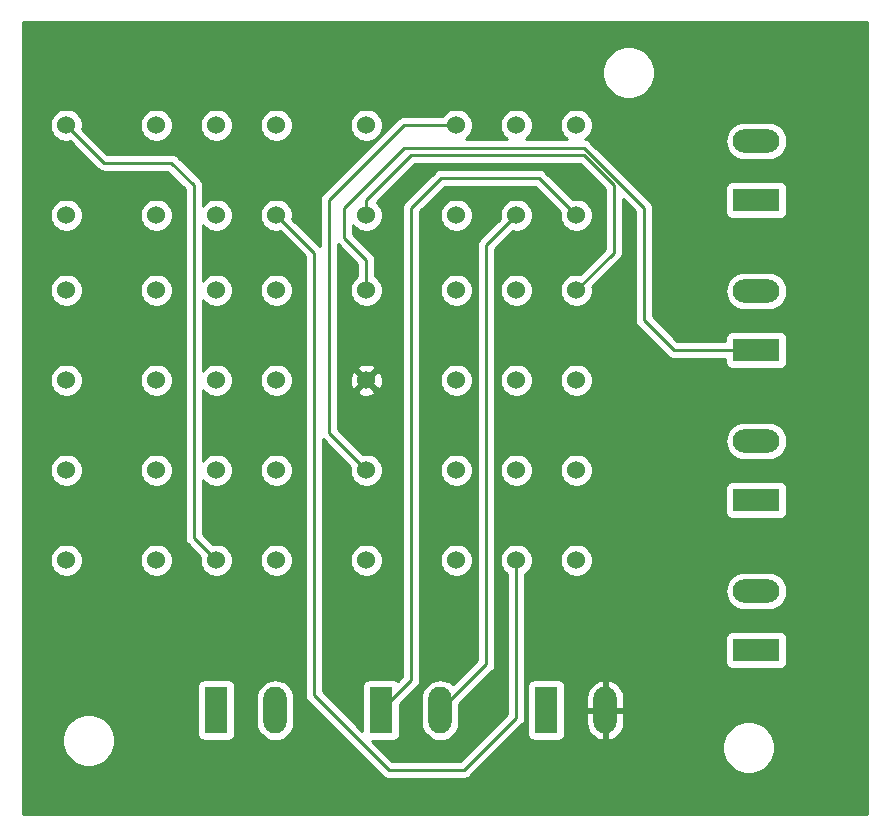
<source format=gbr>
%TF.GenerationSoftware,KiCad,Pcbnew,(5.1.7)-1*%
%TF.CreationDate,2021-07-10T18:44:26+02:00*%
%TF.ProjectId,p_ytka_podno_nik,70427974-6b61-45f7-906f-646e6f5b6e69,rev?*%
%TF.SameCoordinates,Original*%
%TF.FileFunction,Copper,L2,Bot*%
%TF.FilePolarity,Positive*%
%FSLAX46Y46*%
G04 Gerber Fmt 4.6, Leading zero omitted, Abs format (unit mm)*
G04 Created by KiCad (PCBNEW (5.1.7)-1) date 2021-07-10 18:44:26*
%MOMM*%
%LPD*%
G01*
G04 APERTURE LIST*
%TA.AperFunction,ComponentPad*%
%ADD10C,1.524000*%
%TD*%
%TA.AperFunction,ComponentPad*%
%ADD11O,1.980000X3.960000*%
%TD*%
%TA.AperFunction,ComponentPad*%
%ADD12R,1.980000X3.960000*%
%TD*%
%TA.AperFunction,ComponentPad*%
%ADD13O,3.960000X1.980000*%
%TD*%
%TA.AperFunction,ComponentPad*%
%ADD14R,3.960000X1.980000*%
%TD*%
%TA.AperFunction,Conductor*%
%ADD15C,0.250000*%
%TD*%
%TA.AperFunction,Conductor*%
%ADD16C,0.254000*%
%TD*%
%TA.AperFunction,Conductor*%
%ADD17C,0.100000*%
%TD*%
G04 APERTURE END LIST*
D10*
%TO.P,K5,8*%
%TO.N,Net-(K5-Pad8)*%
X152400000Y-86360000D03*
%TO.P,K5,9*%
%TO.N,Net-(K1-Pad1)*%
X152400000Y-78740000D03*
%TO.P,K5,6*%
%TO.N,Net-(K2-Pad8)*%
X147320000Y-86360000D03*
%TO.P,K5,11*%
%TO.N,+5V*%
X147320000Y-78740000D03*
%TO.P,K5,4*%
%TO.N,Net-(K2-Pad1)*%
X142240000Y-86360000D03*
%TO.P,K5,13*%
%TO.N,Net-(K5-Pad13)*%
X142240000Y-78740000D03*
%TO.P,K5,1*%
%TO.N,GND*%
X134620000Y-86360000D03*
%TO.P,K5,16*%
%TO.N,Net-(J1-Pad1)*%
X134620000Y-78740000D03*
%TD*%
D11*
%TO.P,J3,2*%
%TO.N,Net-(J3-Pad2)*%
X140890000Y-114300000D03*
D12*
%TO.P,J3,1*%
%TO.N,Net-(J3-Pad1)*%
X135890000Y-114300000D03*
%TD*%
D13*
%TO.P,J1,2*%
%TO.N,+5V*%
X167640000Y-78820000D03*
D14*
%TO.P,J1,1*%
%TO.N,Net-(J1-Pad1)*%
X167640000Y-83820000D03*
%TD*%
D10*
%TO.P,K6,8*%
%TO.N,Net-(K6-Pad8)*%
X152400000Y-101600000D03*
%TO.P,K6,9*%
%TO.N,Net-(K2-Pad1)*%
X152400000Y-93980000D03*
%TO.P,K6,6*%
%TO.N,Net-(K1-Pad8)*%
X147320000Y-101600000D03*
%TO.P,K6,11*%
%TO.N,+5V*%
X147320000Y-93980000D03*
%TO.P,K6,4*%
%TO.N,Net-(K1-Pad1)*%
X142240000Y-101600000D03*
%TO.P,K6,13*%
%TO.N,Net-(K6-Pad13)*%
X142240000Y-93980000D03*
%TO.P,K6,1*%
%TO.N,Net-(J6-Pad2)*%
X134620000Y-101600000D03*
%TO.P,K6,16*%
%TO.N,Net-(J5-Pad1)*%
X134620000Y-93980000D03*
%TD*%
%TO.P,K4,8*%
%TO.N,Net-(K4-Pad8)*%
X127000000Y-101600000D03*
%TO.P,K4,9*%
%TO.N,Net-(J4-Pad2)*%
X127000000Y-93980000D03*
%TO.P,K4,6*%
%TO.N,Net-(K1-Pad16)*%
X121920000Y-101600000D03*
%TO.P,K4,11*%
%TO.N,Net-(J4-Pad1)*%
X121920000Y-93980000D03*
%TO.P,K4,4*%
%TO.N,Net-(J5-Pad1)*%
X116840000Y-101600000D03*
%TO.P,K4,13*%
%TO.N,Net-(K4-Pad13)*%
X116840000Y-93980000D03*
%TO.P,K4,1*%
%TO.N,Net-(K2-Pad1)*%
X109220000Y-101600000D03*
%TO.P,K4,16*%
%TO.N,Net-(K2-Pad16)*%
X109220000Y-93980000D03*
%TD*%
%TO.P,K3,8*%
%TO.N,Net-(J3-Pad1)*%
X152400000Y-72390000D03*
%TO.P,K3,9*%
%TO.N,Net-(K3-Pad9)*%
X152400000Y-64770000D03*
%TO.P,K3,6*%
%TO.N,Net-(J3-Pad2)*%
X147320000Y-72390000D03*
%TO.P,K3,11*%
%TO.N,Net-(K2-Pad16)*%
X147320000Y-64770000D03*
%TO.P,K3,4*%
%TO.N,Net-(K3-Pad4)*%
X142240000Y-72390000D03*
%TO.P,K3,13*%
%TO.N,Net-(J5-Pad1)*%
X142240000Y-64770000D03*
%TO.P,K3,1*%
%TO.N,Net-(K1-Pad1)*%
X134620000Y-72390000D03*
%TO.P,K3,16*%
%TO.N,Net-(K1-Pad16)*%
X134620000Y-64770000D03*
%TD*%
%TO.P,K2,8*%
%TO.N,Net-(K2-Pad8)*%
X127000000Y-86360000D03*
%TO.P,K2,9*%
%TO.N,Net-(K2-Pad9)*%
X127000000Y-78740000D03*
%TO.P,K2,6*%
%TO.N,+5V*%
X121920000Y-86360000D03*
%TO.P,K2,11*%
%TO.N,Net-(K2-Pad11)*%
X121920000Y-78740000D03*
%TO.P,K2,4*%
%TO.N,Net-(K2-Pad4)*%
X116840000Y-86360000D03*
%TO.P,K2,13*%
%TO.N,Net-(K2-Pad13)*%
X116840000Y-78740000D03*
%TO.P,K2,1*%
%TO.N,Net-(K2-Pad1)*%
X109220000Y-86360000D03*
%TO.P,K2,16*%
%TO.N,Net-(K2-Pad16)*%
X109220000Y-78740000D03*
%TD*%
%TO.P,K1,8*%
%TO.N,Net-(K1-Pad8)*%
X127000000Y-72390000D03*
%TO.P,K1,9*%
%TO.N,Net-(K1-Pad9)*%
X127000000Y-64770000D03*
%TO.P,K1,6*%
%TO.N,+5V*%
X121920000Y-72390000D03*
%TO.P,K1,11*%
%TO.N,Net-(K1-Pad11)*%
X121920000Y-64770000D03*
%TO.P,K1,4*%
%TO.N,Net-(K1-Pad4)*%
X116840000Y-72390000D03*
%TO.P,K1,13*%
%TO.N,Net-(K1-Pad13)*%
X116840000Y-64770000D03*
%TO.P,K1,1*%
%TO.N,Net-(K1-Pad1)*%
X109220000Y-72390000D03*
%TO.P,K1,16*%
%TO.N,Net-(K1-Pad16)*%
X109220000Y-64770000D03*
%TD*%
D13*
%TO.P,J7,2*%
%TO.N,Net-(J6-Pad2)*%
X167640000Y-91520000D03*
D14*
%TO.P,J7,1*%
%TO.N,+5V*%
X167640000Y-96520000D03*
%TD*%
%TO.P,J6,1*%
%TO.N,+5V*%
X167640000Y-71120000D03*
D13*
%TO.P,J6,2*%
%TO.N,Net-(J6-Pad2)*%
X167640000Y-66120000D03*
%TD*%
D11*
%TO.P,J5,2*%
%TO.N,GND*%
X154860000Y-114300000D03*
D12*
%TO.P,J5,1*%
%TO.N,Net-(J5-Pad1)*%
X149860000Y-114300000D03*
%TD*%
D11*
%TO.P,J4,2*%
%TO.N,Net-(J4-Pad2)*%
X126920000Y-114300000D03*
D12*
%TO.P,J4,1*%
%TO.N,Net-(J4-Pad1)*%
X121920000Y-114300000D03*
%TD*%
D13*
%TO.P,J2,2*%
%TO.N,+5V*%
X167640000Y-104220000D03*
D14*
%TO.P,J2,1*%
%TO.N,Net-(J1-Pad1)*%
X167640000Y-109220000D03*
%TD*%
D15*
%TO.N,Net-(J1-Pad1)*%
X158115000Y-81280000D02*
X160655000Y-83820000D01*
X160655000Y-83820000D02*
X167640000Y-83820000D01*
X153036410Y-66675000D02*
X158115000Y-71753590D01*
X158115000Y-71753590D02*
X158115000Y-81280000D01*
X134620000Y-76200000D02*
X132715000Y-74295000D01*
X134620000Y-78740000D02*
X134620000Y-76200000D01*
X132715000Y-74295000D02*
X132715000Y-71755000D01*
X137795000Y-66675000D02*
X153036410Y-66675000D01*
X132715000Y-71755000D02*
X137795000Y-66675000D01*
%TO.N,Net-(J3-Pad2)*%
X147320000Y-72390000D02*
X144780000Y-74930000D01*
X144780000Y-110410000D02*
X140890000Y-114300000D01*
X144780000Y-74930000D02*
X144780000Y-110410000D01*
%TO.N,Net-(J3-Pad1)*%
X138430000Y-111760000D02*
X135890000Y-114300000D01*
X138430000Y-71755000D02*
X138430000Y-111760000D01*
X140970000Y-69215000D02*
X138430000Y-71755000D01*
X149225000Y-69215000D02*
X140970000Y-69215000D01*
X152400000Y-72390000D02*
X149225000Y-69215000D01*
%TO.N,Net-(J5-Pad1)*%
X131445000Y-90805000D02*
X134620000Y-93980000D01*
X131445000Y-71120000D02*
X131445000Y-90805000D01*
X137795000Y-64770000D02*
X131445000Y-71120000D01*
X142240000Y-64770000D02*
X137795000Y-64770000D01*
%TO.N,Net-(K1-Pad8)*%
X147320000Y-114935000D02*
X147320000Y-101600000D01*
X142875000Y-119380000D02*
X147320000Y-114935000D01*
X136525000Y-119380000D02*
X142875000Y-119380000D01*
X130175000Y-113030000D02*
X136525000Y-119380000D01*
X130175000Y-75565000D02*
X130175000Y-113030000D01*
X127000000Y-72390000D02*
X130175000Y-75565000D01*
%TO.N,Net-(K1-Pad1)*%
X134620000Y-72390000D02*
X134620000Y-71120000D01*
X134620000Y-71120000D02*
X138430000Y-67310000D01*
X138430000Y-67310000D02*
X153035000Y-67310000D01*
X153035000Y-67310000D02*
X155575000Y-69850000D01*
X155575000Y-75565000D02*
X152400000Y-78740000D01*
X155575000Y-69850000D02*
X155575000Y-75565000D01*
%TO.N,Net-(K1-Pad16)*%
X121920000Y-101600000D02*
X120015000Y-99695000D01*
X120015000Y-99695000D02*
X120015000Y-69850000D01*
X120015000Y-69850000D02*
X118110000Y-67945000D01*
X112395000Y-67945000D02*
X109220000Y-64770000D01*
X118110000Y-67945000D02*
X112395000Y-67945000D01*
%TD*%
D16*
%TO.N,GND*%
X177038000Y-123063000D02*
X105537000Y-123063000D01*
X105537000Y-116619872D01*
X108890000Y-116619872D01*
X108890000Y-117060128D01*
X108975890Y-117491925D01*
X109144369Y-117898669D01*
X109388962Y-118264729D01*
X109700271Y-118576038D01*
X110066331Y-118820631D01*
X110473075Y-118989110D01*
X110904872Y-119075000D01*
X111345128Y-119075000D01*
X111776925Y-118989110D01*
X112183669Y-118820631D01*
X112549729Y-118576038D01*
X112861038Y-118264729D01*
X113105631Y-117898669D01*
X113274110Y-117491925D01*
X113360000Y-117060128D01*
X113360000Y-116619872D01*
X113274110Y-116188075D01*
X113105631Y-115781331D01*
X112861038Y-115415271D01*
X112549729Y-115103962D01*
X112183669Y-114859369D01*
X111776925Y-114690890D01*
X111345128Y-114605000D01*
X110904872Y-114605000D01*
X110473075Y-114690890D01*
X110066331Y-114859369D01*
X109700271Y-115103962D01*
X109388962Y-115415271D01*
X109144369Y-115781331D01*
X108975890Y-116188075D01*
X108890000Y-116619872D01*
X105537000Y-116619872D01*
X105537000Y-112320000D01*
X120291928Y-112320000D01*
X120291928Y-116280000D01*
X120304188Y-116404482D01*
X120340498Y-116524180D01*
X120399463Y-116634494D01*
X120478815Y-116731185D01*
X120575506Y-116810537D01*
X120685820Y-116869502D01*
X120805518Y-116905812D01*
X120930000Y-116918072D01*
X122910000Y-116918072D01*
X123034482Y-116905812D01*
X123154180Y-116869502D01*
X123264494Y-116810537D01*
X123361185Y-116731185D01*
X123440537Y-116634494D01*
X123499502Y-116524180D01*
X123535812Y-116404482D01*
X123548072Y-116280000D01*
X123548072Y-113230177D01*
X125295000Y-113230177D01*
X125295001Y-115369824D01*
X125318514Y-115608556D01*
X125411433Y-115914869D01*
X125562326Y-116197170D01*
X125765393Y-116444608D01*
X126012831Y-116647675D01*
X126295132Y-116798568D01*
X126601445Y-116891487D01*
X126920000Y-116922862D01*
X127238556Y-116891487D01*
X127544869Y-116798568D01*
X127827170Y-116647675D01*
X128074608Y-116444608D01*
X128277675Y-116197170D01*
X128428568Y-115914869D01*
X128521487Y-115608556D01*
X128545000Y-115369824D01*
X128545000Y-113230176D01*
X128521487Y-112991444D01*
X128428568Y-112685131D01*
X128277675Y-112402830D01*
X128074608Y-112155392D01*
X127827169Y-111952325D01*
X127544868Y-111801432D01*
X127238555Y-111708513D01*
X126920000Y-111677138D01*
X126601444Y-111708513D01*
X126295131Y-111801432D01*
X126012830Y-111952325D01*
X125765392Y-112155392D01*
X125562325Y-112402831D01*
X125411432Y-112685132D01*
X125318513Y-112991445D01*
X125295000Y-113230177D01*
X123548072Y-113230177D01*
X123548072Y-112320000D01*
X123535812Y-112195518D01*
X123499502Y-112075820D01*
X123440537Y-111965506D01*
X123361185Y-111868815D01*
X123264494Y-111789463D01*
X123154180Y-111730498D01*
X123034482Y-111694188D01*
X122910000Y-111681928D01*
X120930000Y-111681928D01*
X120805518Y-111694188D01*
X120685820Y-111730498D01*
X120575506Y-111789463D01*
X120478815Y-111868815D01*
X120399463Y-111965506D01*
X120340498Y-112075820D01*
X120304188Y-112195518D01*
X120291928Y-112320000D01*
X105537000Y-112320000D01*
X105537000Y-101462408D01*
X107823000Y-101462408D01*
X107823000Y-101737592D01*
X107876686Y-102007490D01*
X107981995Y-102261727D01*
X108134880Y-102490535D01*
X108329465Y-102685120D01*
X108558273Y-102838005D01*
X108812510Y-102943314D01*
X109082408Y-102997000D01*
X109357592Y-102997000D01*
X109627490Y-102943314D01*
X109881727Y-102838005D01*
X110110535Y-102685120D01*
X110305120Y-102490535D01*
X110458005Y-102261727D01*
X110563314Y-102007490D01*
X110617000Y-101737592D01*
X110617000Y-101462408D01*
X115443000Y-101462408D01*
X115443000Y-101737592D01*
X115496686Y-102007490D01*
X115601995Y-102261727D01*
X115754880Y-102490535D01*
X115949465Y-102685120D01*
X116178273Y-102838005D01*
X116432510Y-102943314D01*
X116702408Y-102997000D01*
X116977592Y-102997000D01*
X117247490Y-102943314D01*
X117501727Y-102838005D01*
X117730535Y-102685120D01*
X117925120Y-102490535D01*
X118078005Y-102261727D01*
X118183314Y-102007490D01*
X118237000Y-101737592D01*
X118237000Y-101462408D01*
X118183314Y-101192510D01*
X118078005Y-100938273D01*
X117925120Y-100709465D01*
X117730535Y-100514880D01*
X117501727Y-100361995D01*
X117247490Y-100256686D01*
X116977592Y-100203000D01*
X116702408Y-100203000D01*
X116432510Y-100256686D01*
X116178273Y-100361995D01*
X115949465Y-100514880D01*
X115754880Y-100709465D01*
X115601995Y-100938273D01*
X115496686Y-101192510D01*
X115443000Y-101462408D01*
X110617000Y-101462408D01*
X110563314Y-101192510D01*
X110458005Y-100938273D01*
X110305120Y-100709465D01*
X110110535Y-100514880D01*
X109881727Y-100361995D01*
X109627490Y-100256686D01*
X109357592Y-100203000D01*
X109082408Y-100203000D01*
X108812510Y-100256686D01*
X108558273Y-100361995D01*
X108329465Y-100514880D01*
X108134880Y-100709465D01*
X107981995Y-100938273D01*
X107876686Y-101192510D01*
X107823000Y-101462408D01*
X105537000Y-101462408D01*
X105537000Y-93842408D01*
X107823000Y-93842408D01*
X107823000Y-94117592D01*
X107876686Y-94387490D01*
X107981995Y-94641727D01*
X108134880Y-94870535D01*
X108329465Y-95065120D01*
X108558273Y-95218005D01*
X108812510Y-95323314D01*
X109082408Y-95377000D01*
X109357592Y-95377000D01*
X109627490Y-95323314D01*
X109881727Y-95218005D01*
X110110535Y-95065120D01*
X110305120Y-94870535D01*
X110458005Y-94641727D01*
X110563314Y-94387490D01*
X110617000Y-94117592D01*
X110617000Y-93842408D01*
X115443000Y-93842408D01*
X115443000Y-94117592D01*
X115496686Y-94387490D01*
X115601995Y-94641727D01*
X115754880Y-94870535D01*
X115949465Y-95065120D01*
X116178273Y-95218005D01*
X116432510Y-95323314D01*
X116702408Y-95377000D01*
X116977592Y-95377000D01*
X117247490Y-95323314D01*
X117501727Y-95218005D01*
X117730535Y-95065120D01*
X117925120Y-94870535D01*
X118078005Y-94641727D01*
X118183314Y-94387490D01*
X118237000Y-94117592D01*
X118237000Y-93842408D01*
X118183314Y-93572510D01*
X118078005Y-93318273D01*
X117925120Y-93089465D01*
X117730535Y-92894880D01*
X117501727Y-92741995D01*
X117247490Y-92636686D01*
X116977592Y-92583000D01*
X116702408Y-92583000D01*
X116432510Y-92636686D01*
X116178273Y-92741995D01*
X115949465Y-92894880D01*
X115754880Y-93089465D01*
X115601995Y-93318273D01*
X115496686Y-93572510D01*
X115443000Y-93842408D01*
X110617000Y-93842408D01*
X110563314Y-93572510D01*
X110458005Y-93318273D01*
X110305120Y-93089465D01*
X110110535Y-92894880D01*
X109881727Y-92741995D01*
X109627490Y-92636686D01*
X109357592Y-92583000D01*
X109082408Y-92583000D01*
X108812510Y-92636686D01*
X108558273Y-92741995D01*
X108329465Y-92894880D01*
X108134880Y-93089465D01*
X107981995Y-93318273D01*
X107876686Y-93572510D01*
X107823000Y-93842408D01*
X105537000Y-93842408D01*
X105537000Y-86222408D01*
X107823000Y-86222408D01*
X107823000Y-86497592D01*
X107876686Y-86767490D01*
X107981995Y-87021727D01*
X108134880Y-87250535D01*
X108329465Y-87445120D01*
X108558273Y-87598005D01*
X108812510Y-87703314D01*
X109082408Y-87757000D01*
X109357592Y-87757000D01*
X109627490Y-87703314D01*
X109881727Y-87598005D01*
X110110535Y-87445120D01*
X110305120Y-87250535D01*
X110458005Y-87021727D01*
X110563314Y-86767490D01*
X110617000Y-86497592D01*
X110617000Y-86222408D01*
X115443000Y-86222408D01*
X115443000Y-86497592D01*
X115496686Y-86767490D01*
X115601995Y-87021727D01*
X115754880Y-87250535D01*
X115949465Y-87445120D01*
X116178273Y-87598005D01*
X116432510Y-87703314D01*
X116702408Y-87757000D01*
X116977592Y-87757000D01*
X117247490Y-87703314D01*
X117501727Y-87598005D01*
X117730535Y-87445120D01*
X117925120Y-87250535D01*
X118078005Y-87021727D01*
X118183314Y-86767490D01*
X118237000Y-86497592D01*
X118237000Y-86222408D01*
X118183314Y-85952510D01*
X118078005Y-85698273D01*
X117925120Y-85469465D01*
X117730535Y-85274880D01*
X117501727Y-85121995D01*
X117247490Y-85016686D01*
X116977592Y-84963000D01*
X116702408Y-84963000D01*
X116432510Y-85016686D01*
X116178273Y-85121995D01*
X115949465Y-85274880D01*
X115754880Y-85469465D01*
X115601995Y-85698273D01*
X115496686Y-85952510D01*
X115443000Y-86222408D01*
X110617000Y-86222408D01*
X110563314Y-85952510D01*
X110458005Y-85698273D01*
X110305120Y-85469465D01*
X110110535Y-85274880D01*
X109881727Y-85121995D01*
X109627490Y-85016686D01*
X109357592Y-84963000D01*
X109082408Y-84963000D01*
X108812510Y-85016686D01*
X108558273Y-85121995D01*
X108329465Y-85274880D01*
X108134880Y-85469465D01*
X107981995Y-85698273D01*
X107876686Y-85952510D01*
X107823000Y-86222408D01*
X105537000Y-86222408D01*
X105537000Y-78602408D01*
X107823000Y-78602408D01*
X107823000Y-78877592D01*
X107876686Y-79147490D01*
X107981995Y-79401727D01*
X108134880Y-79630535D01*
X108329465Y-79825120D01*
X108558273Y-79978005D01*
X108812510Y-80083314D01*
X109082408Y-80137000D01*
X109357592Y-80137000D01*
X109627490Y-80083314D01*
X109881727Y-79978005D01*
X110110535Y-79825120D01*
X110305120Y-79630535D01*
X110458005Y-79401727D01*
X110563314Y-79147490D01*
X110617000Y-78877592D01*
X110617000Y-78602408D01*
X115443000Y-78602408D01*
X115443000Y-78877592D01*
X115496686Y-79147490D01*
X115601995Y-79401727D01*
X115754880Y-79630535D01*
X115949465Y-79825120D01*
X116178273Y-79978005D01*
X116432510Y-80083314D01*
X116702408Y-80137000D01*
X116977592Y-80137000D01*
X117247490Y-80083314D01*
X117501727Y-79978005D01*
X117730535Y-79825120D01*
X117925120Y-79630535D01*
X118078005Y-79401727D01*
X118183314Y-79147490D01*
X118237000Y-78877592D01*
X118237000Y-78602408D01*
X118183314Y-78332510D01*
X118078005Y-78078273D01*
X117925120Y-77849465D01*
X117730535Y-77654880D01*
X117501727Y-77501995D01*
X117247490Y-77396686D01*
X116977592Y-77343000D01*
X116702408Y-77343000D01*
X116432510Y-77396686D01*
X116178273Y-77501995D01*
X115949465Y-77654880D01*
X115754880Y-77849465D01*
X115601995Y-78078273D01*
X115496686Y-78332510D01*
X115443000Y-78602408D01*
X110617000Y-78602408D01*
X110563314Y-78332510D01*
X110458005Y-78078273D01*
X110305120Y-77849465D01*
X110110535Y-77654880D01*
X109881727Y-77501995D01*
X109627490Y-77396686D01*
X109357592Y-77343000D01*
X109082408Y-77343000D01*
X108812510Y-77396686D01*
X108558273Y-77501995D01*
X108329465Y-77654880D01*
X108134880Y-77849465D01*
X107981995Y-78078273D01*
X107876686Y-78332510D01*
X107823000Y-78602408D01*
X105537000Y-78602408D01*
X105537000Y-72252408D01*
X107823000Y-72252408D01*
X107823000Y-72527592D01*
X107876686Y-72797490D01*
X107981995Y-73051727D01*
X108134880Y-73280535D01*
X108329465Y-73475120D01*
X108558273Y-73628005D01*
X108812510Y-73733314D01*
X109082408Y-73787000D01*
X109357592Y-73787000D01*
X109627490Y-73733314D01*
X109881727Y-73628005D01*
X110110535Y-73475120D01*
X110305120Y-73280535D01*
X110458005Y-73051727D01*
X110563314Y-72797490D01*
X110617000Y-72527592D01*
X110617000Y-72252408D01*
X115443000Y-72252408D01*
X115443000Y-72527592D01*
X115496686Y-72797490D01*
X115601995Y-73051727D01*
X115754880Y-73280535D01*
X115949465Y-73475120D01*
X116178273Y-73628005D01*
X116432510Y-73733314D01*
X116702408Y-73787000D01*
X116977592Y-73787000D01*
X117247490Y-73733314D01*
X117501727Y-73628005D01*
X117730535Y-73475120D01*
X117925120Y-73280535D01*
X118078005Y-73051727D01*
X118183314Y-72797490D01*
X118237000Y-72527592D01*
X118237000Y-72252408D01*
X118183314Y-71982510D01*
X118078005Y-71728273D01*
X117925120Y-71499465D01*
X117730535Y-71304880D01*
X117501727Y-71151995D01*
X117247490Y-71046686D01*
X116977592Y-70993000D01*
X116702408Y-70993000D01*
X116432510Y-71046686D01*
X116178273Y-71151995D01*
X115949465Y-71304880D01*
X115754880Y-71499465D01*
X115601995Y-71728273D01*
X115496686Y-71982510D01*
X115443000Y-72252408D01*
X110617000Y-72252408D01*
X110563314Y-71982510D01*
X110458005Y-71728273D01*
X110305120Y-71499465D01*
X110110535Y-71304880D01*
X109881727Y-71151995D01*
X109627490Y-71046686D01*
X109357592Y-70993000D01*
X109082408Y-70993000D01*
X108812510Y-71046686D01*
X108558273Y-71151995D01*
X108329465Y-71304880D01*
X108134880Y-71499465D01*
X107981995Y-71728273D01*
X107876686Y-71982510D01*
X107823000Y-72252408D01*
X105537000Y-72252408D01*
X105537000Y-64632408D01*
X107823000Y-64632408D01*
X107823000Y-64907592D01*
X107876686Y-65177490D01*
X107981995Y-65431727D01*
X108134880Y-65660535D01*
X108329465Y-65855120D01*
X108558273Y-66008005D01*
X108812510Y-66113314D01*
X109082408Y-66167000D01*
X109357592Y-66167000D01*
X109511571Y-66136372D01*
X111831200Y-68456002D01*
X111854999Y-68485001D01*
X111883997Y-68508799D01*
X111970723Y-68579974D01*
X112102753Y-68650546D01*
X112246014Y-68694003D01*
X112357667Y-68705000D01*
X112357676Y-68705000D01*
X112394999Y-68708676D01*
X112432322Y-68705000D01*
X117795199Y-68705000D01*
X119255001Y-70164803D01*
X119255000Y-99657678D01*
X119251324Y-99695000D01*
X119255000Y-99732322D01*
X119255000Y-99732332D01*
X119265997Y-99843985D01*
X119309454Y-99987246D01*
X119380026Y-100119276D01*
X119419871Y-100167826D01*
X119474999Y-100235001D01*
X119504003Y-100258804D01*
X120553628Y-101308430D01*
X120523000Y-101462408D01*
X120523000Y-101737592D01*
X120576686Y-102007490D01*
X120681995Y-102261727D01*
X120834880Y-102490535D01*
X121029465Y-102685120D01*
X121258273Y-102838005D01*
X121512510Y-102943314D01*
X121782408Y-102997000D01*
X122057592Y-102997000D01*
X122327490Y-102943314D01*
X122581727Y-102838005D01*
X122810535Y-102685120D01*
X123005120Y-102490535D01*
X123158005Y-102261727D01*
X123263314Y-102007490D01*
X123317000Y-101737592D01*
X123317000Y-101462408D01*
X125603000Y-101462408D01*
X125603000Y-101737592D01*
X125656686Y-102007490D01*
X125761995Y-102261727D01*
X125914880Y-102490535D01*
X126109465Y-102685120D01*
X126338273Y-102838005D01*
X126592510Y-102943314D01*
X126862408Y-102997000D01*
X127137592Y-102997000D01*
X127407490Y-102943314D01*
X127661727Y-102838005D01*
X127890535Y-102685120D01*
X128085120Y-102490535D01*
X128238005Y-102261727D01*
X128343314Y-102007490D01*
X128397000Y-101737592D01*
X128397000Y-101462408D01*
X128343314Y-101192510D01*
X128238005Y-100938273D01*
X128085120Y-100709465D01*
X127890535Y-100514880D01*
X127661727Y-100361995D01*
X127407490Y-100256686D01*
X127137592Y-100203000D01*
X126862408Y-100203000D01*
X126592510Y-100256686D01*
X126338273Y-100361995D01*
X126109465Y-100514880D01*
X125914880Y-100709465D01*
X125761995Y-100938273D01*
X125656686Y-101192510D01*
X125603000Y-101462408D01*
X123317000Y-101462408D01*
X123263314Y-101192510D01*
X123158005Y-100938273D01*
X123005120Y-100709465D01*
X122810535Y-100514880D01*
X122581727Y-100361995D01*
X122327490Y-100256686D01*
X122057592Y-100203000D01*
X121782408Y-100203000D01*
X121628430Y-100233628D01*
X120775000Y-99380199D01*
X120775000Y-94780918D01*
X120834880Y-94870535D01*
X121029465Y-95065120D01*
X121258273Y-95218005D01*
X121512510Y-95323314D01*
X121782408Y-95377000D01*
X122057592Y-95377000D01*
X122327490Y-95323314D01*
X122581727Y-95218005D01*
X122810535Y-95065120D01*
X123005120Y-94870535D01*
X123158005Y-94641727D01*
X123263314Y-94387490D01*
X123317000Y-94117592D01*
X123317000Y-93842408D01*
X125603000Y-93842408D01*
X125603000Y-94117592D01*
X125656686Y-94387490D01*
X125761995Y-94641727D01*
X125914880Y-94870535D01*
X126109465Y-95065120D01*
X126338273Y-95218005D01*
X126592510Y-95323314D01*
X126862408Y-95377000D01*
X127137592Y-95377000D01*
X127407490Y-95323314D01*
X127661727Y-95218005D01*
X127890535Y-95065120D01*
X128085120Y-94870535D01*
X128238005Y-94641727D01*
X128343314Y-94387490D01*
X128397000Y-94117592D01*
X128397000Y-93842408D01*
X128343314Y-93572510D01*
X128238005Y-93318273D01*
X128085120Y-93089465D01*
X127890535Y-92894880D01*
X127661727Y-92741995D01*
X127407490Y-92636686D01*
X127137592Y-92583000D01*
X126862408Y-92583000D01*
X126592510Y-92636686D01*
X126338273Y-92741995D01*
X126109465Y-92894880D01*
X125914880Y-93089465D01*
X125761995Y-93318273D01*
X125656686Y-93572510D01*
X125603000Y-93842408D01*
X123317000Y-93842408D01*
X123263314Y-93572510D01*
X123158005Y-93318273D01*
X123005120Y-93089465D01*
X122810535Y-92894880D01*
X122581727Y-92741995D01*
X122327490Y-92636686D01*
X122057592Y-92583000D01*
X121782408Y-92583000D01*
X121512510Y-92636686D01*
X121258273Y-92741995D01*
X121029465Y-92894880D01*
X120834880Y-93089465D01*
X120775000Y-93179082D01*
X120775000Y-87160918D01*
X120834880Y-87250535D01*
X121029465Y-87445120D01*
X121258273Y-87598005D01*
X121512510Y-87703314D01*
X121782408Y-87757000D01*
X122057592Y-87757000D01*
X122327490Y-87703314D01*
X122581727Y-87598005D01*
X122810535Y-87445120D01*
X123005120Y-87250535D01*
X123158005Y-87021727D01*
X123263314Y-86767490D01*
X123317000Y-86497592D01*
X123317000Y-86222408D01*
X125603000Y-86222408D01*
X125603000Y-86497592D01*
X125656686Y-86767490D01*
X125761995Y-87021727D01*
X125914880Y-87250535D01*
X126109465Y-87445120D01*
X126338273Y-87598005D01*
X126592510Y-87703314D01*
X126862408Y-87757000D01*
X127137592Y-87757000D01*
X127407490Y-87703314D01*
X127661727Y-87598005D01*
X127890535Y-87445120D01*
X128085120Y-87250535D01*
X128238005Y-87021727D01*
X128343314Y-86767490D01*
X128397000Y-86497592D01*
X128397000Y-86222408D01*
X128343314Y-85952510D01*
X128238005Y-85698273D01*
X128085120Y-85469465D01*
X127890535Y-85274880D01*
X127661727Y-85121995D01*
X127407490Y-85016686D01*
X127137592Y-84963000D01*
X126862408Y-84963000D01*
X126592510Y-85016686D01*
X126338273Y-85121995D01*
X126109465Y-85274880D01*
X125914880Y-85469465D01*
X125761995Y-85698273D01*
X125656686Y-85952510D01*
X125603000Y-86222408D01*
X123317000Y-86222408D01*
X123263314Y-85952510D01*
X123158005Y-85698273D01*
X123005120Y-85469465D01*
X122810535Y-85274880D01*
X122581727Y-85121995D01*
X122327490Y-85016686D01*
X122057592Y-84963000D01*
X121782408Y-84963000D01*
X121512510Y-85016686D01*
X121258273Y-85121995D01*
X121029465Y-85274880D01*
X120834880Y-85469465D01*
X120775000Y-85559082D01*
X120775000Y-79540918D01*
X120834880Y-79630535D01*
X121029465Y-79825120D01*
X121258273Y-79978005D01*
X121512510Y-80083314D01*
X121782408Y-80137000D01*
X122057592Y-80137000D01*
X122327490Y-80083314D01*
X122581727Y-79978005D01*
X122810535Y-79825120D01*
X123005120Y-79630535D01*
X123158005Y-79401727D01*
X123263314Y-79147490D01*
X123317000Y-78877592D01*
X123317000Y-78602408D01*
X125603000Y-78602408D01*
X125603000Y-78877592D01*
X125656686Y-79147490D01*
X125761995Y-79401727D01*
X125914880Y-79630535D01*
X126109465Y-79825120D01*
X126338273Y-79978005D01*
X126592510Y-80083314D01*
X126862408Y-80137000D01*
X127137592Y-80137000D01*
X127407490Y-80083314D01*
X127661727Y-79978005D01*
X127890535Y-79825120D01*
X128085120Y-79630535D01*
X128238005Y-79401727D01*
X128343314Y-79147490D01*
X128397000Y-78877592D01*
X128397000Y-78602408D01*
X128343314Y-78332510D01*
X128238005Y-78078273D01*
X128085120Y-77849465D01*
X127890535Y-77654880D01*
X127661727Y-77501995D01*
X127407490Y-77396686D01*
X127137592Y-77343000D01*
X126862408Y-77343000D01*
X126592510Y-77396686D01*
X126338273Y-77501995D01*
X126109465Y-77654880D01*
X125914880Y-77849465D01*
X125761995Y-78078273D01*
X125656686Y-78332510D01*
X125603000Y-78602408D01*
X123317000Y-78602408D01*
X123263314Y-78332510D01*
X123158005Y-78078273D01*
X123005120Y-77849465D01*
X122810535Y-77654880D01*
X122581727Y-77501995D01*
X122327490Y-77396686D01*
X122057592Y-77343000D01*
X121782408Y-77343000D01*
X121512510Y-77396686D01*
X121258273Y-77501995D01*
X121029465Y-77654880D01*
X120834880Y-77849465D01*
X120775000Y-77939082D01*
X120775000Y-73190918D01*
X120834880Y-73280535D01*
X121029465Y-73475120D01*
X121258273Y-73628005D01*
X121512510Y-73733314D01*
X121782408Y-73787000D01*
X122057592Y-73787000D01*
X122327490Y-73733314D01*
X122581727Y-73628005D01*
X122810535Y-73475120D01*
X123005120Y-73280535D01*
X123158005Y-73051727D01*
X123263314Y-72797490D01*
X123317000Y-72527592D01*
X123317000Y-72252408D01*
X125603000Y-72252408D01*
X125603000Y-72527592D01*
X125656686Y-72797490D01*
X125761995Y-73051727D01*
X125914880Y-73280535D01*
X126109465Y-73475120D01*
X126338273Y-73628005D01*
X126592510Y-73733314D01*
X126862408Y-73787000D01*
X127137592Y-73787000D01*
X127291571Y-73756372D01*
X129415000Y-75879802D01*
X129415001Y-112992667D01*
X129411324Y-113030000D01*
X129425998Y-113178985D01*
X129469454Y-113322246D01*
X129540026Y-113454276D01*
X129611201Y-113541002D01*
X129635000Y-113570001D01*
X129663998Y-113593799D01*
X135961201Y-119891003D01*
X135984999Y-119920001D01*
X136013997Y-119943799D01*
X136100723Y-120014974D01*
X136232753Y-120085546D01*
X136376014Y-120129003D01*
X136487667Y-120140000D01*
X136487676Y-120140000D01*
X136524999Y-120143676D01*
X136562322Y-120140000D01*
X142837678Y-120140000D01*
X142875000Y-120143676D01*
X142912322Y-120140000D01*
X142912333Y-120140000D01*
X143023986Y-120129003D01*
X143167247Y-120085546D01*
X143299276Y-120014974D01*
X143415001Y-119920001D01*
X143438804Y-119890997D01*
X146074929Y-117254872D01*
X164770000Y-117254872D01*
X164770000Y-117695128D01*
X164855890Y-118126925D01*
X165024369Y-118533669D01*
X165268962Y-118899729D01*
X165580271Y-119211038D01*
X165946331Y-119455631D01*
X166353075Y-119624110D01*
X166784872Y-119710000D01*
X167225128Y-119710000D01*
X167656925Y-119624110D01*
X168063669Y-119455631D01*
X168429729Y-119211038D01*
X168741038Y-118899729D01*
X168985631Y-118533669D01*
X169154110Y-118126925D01*
X169240000Y-117695128D01*
X169240000Y-117254872D01*
X169154110Y-116823075D01*
X168985631Y-116416331D01*
X168741038Y-116050271D01*
X168429729Y-115738962D01*
X168063669Y-115494369D01*
X167656925Y-115325890D01*
X167225128Y-115240000D01*
X166784872Y-115240000D01*
X166353075Y-115325890D01*
X165946331Y-115494369D01*
X165580271Y-115738962D01*
X165268962Y-116050271D01*
X165024369Y-116416331D01*
X164855890Y-116823075D01*
X164770000Y-117254872D01*
X146074929Y-117254872D01*
X147831004Y-115498798D01*
X147860001Y-115475001D01*
X147954974Y-115359276D01*
X148025546Y-115227247D01*
X148069003Y-115083986D01*
X148080000Y-114972333D01*
X148080000Y-114972324D01*
X148083676Y-114935001D01*
X148080000Y-114897678D01*
X148080000Y-112320000D01*
X148231928Y-112320000D01*
X148231928Y-116280000D01*
X148244188Y-116404482D01*
X148280498Y-116524180D01*
X148339463Y-116634494D01*
X148418815Y-116731185D01*
X148515506Y-116810537D01*
X148625820Y-116869502D01*
X148745518Y-116905812D01*
X148870000Y-116918072D01*
X150850000Y-116918072D01*
X150974482Y-116905812D01*
X151094180Y-116869502D01*
X151204494Y-116810537D01*
X151301185Y-116731185D01*
X151380537Y-116634494D01*
X151439502Y-116524180D01*
X151475812Y-116404482D01*
X151488072Y-116280000D01*
X151488072Y-114427000D01*
X153235000Y-114427000D01*
X153235000Y-115417000D01*
X153291000Y-115731582D01*
X153407296Y-116029194D01*
X153579419Y-116298399D01*
X153800754Y-116528852D01*
X154062795Y-116711696D01*
X154355472Y-116839905D01*
X154481135Y-116870218D01*
X154733000Y-116750740D01*
X154733000Y-114427000D01*
X154987000Y-114427000D01*
X154987000Y-116750740D01*
X155238865Y-116870218D01*
X155364528Y-116839905D01*
X155657205Y-116711696D01*
X155919246Y-116528852D01*
X156140581Y-116298399D01*
X156312704Y-116029194D01*
X156429000Y-115731582D01*
X156485000Y-115417000D01*
X156485000Y-114427000D01*
X154987000Y-114427000D01*
X154733000Y-114427000D01*
X153235000Y-114427000D01*
X151488072Y-114427000D01*
X151488072Y-113183000D01*
X153235000Y-113183000D01*
X153235000Y-114173000D01*
X154733000Y-114173000D01*
X154733000Y-111849260D01*
X154987000Y-111849260D01*
X154987000Y-114173000D01*
X156485000Y-114173000D01*
X156485000Y-113183000D01*
X156429000Y-112868418D01*
X156312704Y-112570806D01*
X156140581Y-112301601D01*
X155919246Y-112071148D01*
X155657205Y-111888304D01*
X155364528Y-111760095D01*
X155238865Y-111729782D01*
X154987000Y-111849260D01*
X154733000Y-111849260D01*
X154481135Y-111729782D01*
X154355472Y-111760095D01*
X154062795Y-111888304D01*
X153800754Y-112071148D01*
X153579419Y-112301601D01*
X153407296Y-112570806D01*
X153291000Y-112868418D01*
X153235000Y-113183000D01*
X151488072Y-113183000D01*
X151488072Y-112320000D01*
X151475812Y-112195518D01*
X151439502Y-112075820D01*
X151380537Y-111965506D01*
X151301185Y-111868815D01*
X151204494Y-111789463D01*
X151094180Y-111730498D01*
X150974482Y-111694188D01*
X150850000Y-111681928D01*
X148870000Y-111681928D01*
X148745518Y-111694188D01*
X148625820Y-111730498D01*
X148515506Y-111789463D01*
X148418815Y-111868815D01*
X148339463Y-111965506D01*
X148280498Y-112075820D01*
X148244188Y-112195518D01*
X148231928Y-112320000D01*
X148080000Y-112320000D01*
X148080000Y-108230000D01*
X165021928Y-108230000D01*
X165021928Y-110210000D01*
X165034188Y-110334482D01*
X165070498Y-110454180D01*
X165129463Y-110564494D01*
X165208815Y-110661185D01*
X165305506Y-110740537D01*
X165415820Y-110799502D01*
X165535518Y-110835812D01*
X165660000Y-110848072D01*
X169620000Y-110848072D01*
X169744482Y-110835812D01*
X169864180Y-110799502D01*
X169974494Y-110740537D01*
X170071185Y-110661185D01*
X170150537Y-110564494D01*
X170209502Y-110454180D01*
X170245812Y-110334482D01*
X170258072Y-110210000D01*
X170258072Y-108230000D01*
X170245812Y-108105518D01*
X170209502Y-107985820D01*
X170150537Y-107875506D01*
X170071185Y-107778815D01*
X169974494Y-107699463D01*
X169864180Y-107640498D01*
X169744482Y-107604188D01*
X169620000Y-107591928D01*
X165660000Y-107591928D01*
X165535518Y-107604188D01*
X165415820Y-107640498D01*
X165305506Y-107699463D01*
X165208815Y-107778815D01*
X165129463Y-107875506D01*
X165070498Y-107985820D01*
X165034188Y-108105518D01*
X165021928Y-108230000D01*
X148080000Y-108230000D01*
X148080000Y-104220000D01*
X165017138Y-104220000D01*
X165048513Y-104538556D01*
X165141432Y-104844869D01*
X165292325Y-105127170D01*
X165495392Y-105374608D01*
X165742830Y-105577675D01*
X166025131Y-105728568D01*
X166331444Y-105821487D01*
X166570176Y-105845000D01*
X168709824Y-105845000D01*
X168948556Y-105821487D01*
X169254869Y-105728568D01*
X169537170Y-105577675D01*
X169784608Y-105374608D01*
X169987675Y-105127170D01*
X170138568Y-104844869D01*
X170231487Y-104538556D01*
X170262862Y-104220000D01*
X170231487Y-103901444D01*
X170138568Y-103595131D01*
X169987675Y-103312830D01*
X169784608Y-103065392D01*
X169537170Y-102862325D01*
X169254869Y-102711432D01*
X168948556Y-102618513D01*
X168709824Y-102595000D01*
X166570176Y-102595000D01*
X166331444Y-102618513D01*
X166025131Y-102711432D01*
X165742830Y-102862325D01*
X165495392Y-103065392D01*
X165292325Y-103312830D01*
X165141432Y-103595131D01*
X165048513Y-103901444D01*
X165017138Y-104220000D01*
X148080000Y-104220000D01*
X148080000Y-102772341D01*
X148210535Y-102685120D01*
X148405120Y-102490535D01*
X148558005Y-102261727D01*
X148663314Y-102007490D01*
X148717000Y-101737592D01*
X148717000Y-101462408D01*
X151003000Y-101462408D01*
X151003000Y-101737592D01*
X151056686Y-102007490D01*
X151161995Y-102261727D01*
X151314880Y-102490535D01*
X151509465Y-102685120D01*
X151738273Y-102838005D01*
X151992510Y-102943314D01*
X152262408Y-102997000D01*
X152537592Y-102997000D01*
X152807490Y-102943314D01*
X153061727Y-102838005D01*
X153290535Y-102685120D01*
X153485120Y-102490535D01*
X153638005Y-102261727D01*
X153743314Y-102007490D01*
X153797000Y-101737592D01*
X153797000Y-101462408D01*
X153743314Y-101192510D01*
X153638005Y-100938273D01*
X153485120Y-100709465D01*
X153290535Y-100514880D01*
X153061727Y-100361995D01*
X152807490Y-100256686D01*
X152537592Y-100203000D01*
X152262408Y-100203000D01*
X151992510Y-100256686D01*
X151738273Y-100361995D01*
X151509465Y-100514880D01*
X151314880Y-100709465D01*
X151161995Y-100938273D01*
X151056686Y-101192510D01*
X151003000Y-101462408D01*
X148717000Y-101462408D01*
X148663314Y-101192510D01*
X148558005Y-100938273D01*
X148405120Y-100709465D01*
X148210535Y-100514880D01*
X147981727Y-100361995D01*
X147727490Y-100256686D01*
X147457592Y-100203000D01*
X147182408Y-100203000D01*
X146912510Y-100256686D01*
X146658273Y-100361995D01*
X146429465Y-100514880D01*
X146234880Y-100709465D01*
X146081995Y-100938273D01*
X145976686Y-101192510D01*
X145923000Y-101462408D01*
X145923000Y-101737592D01*
X145976686Y-102007490D01*
X146081995Y-102261727D01*
X146234880Y-102490535D01*
X146429465Y-102685120D01*
X146560001Y-102772342D01*
X146560000Y-114620198D01*
X142560199Y-118620000D01*
X136839802Y-118620000D01*
X135137874Y-116918072D01*
X136880000Y-116918072D01*
X137004482Y-116905812D01*
X137124180Y-116869502D01*
X137234494Y-116810537D01*
X137331185Y-116731185D01*
X137410537Y-116634494D01*
X137469502Y-116524180D01*
X137505812Y-116404482D01*
X137518072Y-116280000D01*
X137518072Y-113746730D01*
X138034625Y-113230177D01*
X139265000Y-113230177D01*
X139265001Y-115369824D01*
X139288514Y-115608556D01*
X139381433Y-115914869D01*
X139532326Y-116197170D01*
X139735393Y-116444608D01*
X139982831Y-116647675D01*
X140265132Y-116798568D01*
X140571445Y-116891487D01*
X140890000Y-116922862D01*
X141208556Y-116891487D01*
X141514869Y-116798568D01*
X141797170Y-116647675D01*
X142044608Y-116444608D01*
X142247675Y-116197170D01*
X142398568Y-115914869D01*
X142491487Y-115608556D01*
X142515000Y-115369824D01*
X142515000Y-113749801D01*
X145291003Y-110973799D01*
X145320001Y-110950001D01*
X145414974Y-110834276D01*
X145485546Y-110702247D01*
X145529003Y-110558986D01*
X145540000Y-110447333D01*
X145540000Y-110447325D01*
X145543676Y-110410000D01*
X145540000Y-110372675D01*
X145540000Y-95530000D01*
X165021928Y-95530000D01*
X165021928Y-97510000D01*
X165034188Y-97634482D01*
X165070498Y-97754180D01*
X165129463Y-97864494D01*
X165208815Y-97961185D01*
X165305506Y-98040537D01*
X165415820Y-98099502D01*
X165535518Y-98135812D01*
X165660000Y-98148072D01*
X169620000Y-98148072D01*
X169744482Y-98135812D01*
X169864180Y-98099502D01*
X169974494Y-98040537D01*
X170071185Y-97961185D01*
X170150537Y-97864494D01*
X170209502Y-97754180D01*
X170245812Y-97634482D01*
X170258072Y-97510000D01*
X170258072Y-95530000D01*
X170245812Y-95405518D01*
X170209502Y-95285820D01*
X170150537Y-95175506D01*
X170071185Y-95078815D01*
X169974494Y-94999463D01*
X169864180Y-94940498D01*
X169744482Y-94904188D01*
X169620000Y-94891928D01*
X165660000Y-94891928D01*
X165535518Y-94904188D01*
X165415820Y-94940498D01*
X165305506Y-94999463D01*
X165208815Y-95078815D01*
X165129463Y-95175506D01*
X165070498Y-95285820D01*
X165034188Y-95405518D01*
X165021928Y-95530000D01*
X145540000Y-95530000D01*
X145540000Y-93842408D01*
X145923000Y-93842408D01*
X145923000Y-94117592D01*
X145976686Y-94387490D01*
X146081995Y-94641727D01*
X146234880Y-94870535D01*
X146429465Y-95065120D01*
X146658273Y-95218005D01*
X146912510Y-95323314D01*
X147182408Y-95377000D01*
X147457592Y-95377000D01*
X147727490Y-95323314D01*
X147981727Y-95218005D01*
X148210535Y-95065120D01*
X148405120Y-94870535D01*
X148558005Y-94641727D01*
X148663314Y-94387490D01*
X148717000Y-94117592D01*
X148717000Y-93842408D01*
X151003000Y-93842408D01*
X151003000Y-94117592D01*
X151056686Y-94387490D01*
X151161995Y-94641727D01*
X151314880Y-94870535D01*
X151509465Y-95065120D01*
X151738273Y-95218005D01*
X151992510Y-95323314D01*
X152262408Y-95377000D01*
X152537592Y-95377000D01*
X152807490Y-95323314D01*
X153061727Y-95218005D01*
X153290535Y-95065120D01*
X153485120Y-94870535D01*
X153638005Y-94641727D01*
X153743314Y-94387490D01*
X153797000Y-94117592D01*
X153797000Y-93842408D01*
X153743314Y-93572510D01*
X153638005Y-93318273D01*
X153485120Y-93089465D01*
X153290535Y-92894880D01*
X153061727Y-92741995D01*
X152807490Y-92636686D01*
X152537592Y-92583000D01*
X152262408Y-92583000D01*
X151992510Y-92636686D01*
X151738273Y-92741995D01*
X151509465Y-92894880D01*
X151314880Y-93089465D01*
X151161995Y-93318273D01*
X151056686Y-93572510D01*
X151003000Y-93842408D01*
X148717000Y-93842408D01*
X148663314Y-93572510D01*
X148558005Y-93318273D01*
X148405120Y-93089465D01*
X148210535Y-92894880D01*
X147981727Y-92741995D01*
X147727490Y-92636686D01*
X147457592Y-92583000D01*
X147182408Y-92583000D01*
X146912510Y-92636686D01*
X146658273Y-92741995D01*
X146429465Y-92894880D01*
X146234880Y-93089465D01*
X146081995Y-93318273D01*
X145976686Y-93572510D01*
X145923000Y-93842408D01*
X145540000Y-93842408D01*
X145540000Y-91520000D01*
X165017138Y-91520000D01*
X165048513Y-91838556D01*
X165141432Y-92144869D01*
X165292325Y-92427170D01*
X165495392Y-92674608D01*
X165742830Y-92877675D01*
X166025131Y-93028568D01*
X166331444Y-93121487D01*
X166570176Y-93145000D01*
X168709824Y-93145000D01*
X168948556Y-93121487D01*
X169254869Y-93028568D01*
X169537170Y-92877675D01*
X169784608Y-92674608D01*
X169987675Y-92427170D01*
X170138568Y-92144869D01*
X170231487Y-91838556D01*
X170262862Y-91520000D01*
X170231487Y-91201444D01*
X170138568Y-90895131D01*
X169987675Y-90612830D01*
X169784608Y-90365392D01*
X169537170Y-90162325D01*
X169254869Y-90011432D01*
X168948556Y-89918513D01*
X168709824Y-89895000D01*
X166570176Y-89895000D01*
X166331444Y-89918513D01*
X166025131Y-90011432D01*
X165742830Y-90162325D01*
X165495392Y-90365392D01*
X165292325Y-90612830D01*
X165141432Y-90895131D01*
X165048513Y-91201444D01*
X165017138Y-91520000D01*
X145540000Y-91520000D01*
X145540000Y-86222408D01*
X145923000Y-86222408D01*
X145923000Y-86497592D01*
X145976686Y-86767490D01*
X146081995Y-87021727D01*
X146234880Y-87250535D01*
X146429465Y-87445120D01*
X146658273Y-87598005D01*
X146912510Y-87703314D01*
X147182408Y-87757000D01*
X147457592Y-87757000D01*
X147727490Y-87703314D01*
X147981727Y-87598005D01*
X148210535Y-87445120D01*
X148405120Y-87250535D01*
X148558005Y-87021727D01*
X148663314Y-86767490D01*
X148717000Y-86497592D01*
X148717000Y-86222408D01*
X151003000Y-86222408D01*
X151003000Y-86497592D01*
X151056686Y-86767490D01*
X151161995Y-87021727D01*
X151314880Y-87250535D01*
X151509465Y-87445120D01*
X151738273Y-87598005D01*
X151992510Y-87703314D01*
X152262408Y-87757000D01*
X152537592Y-87757000D01*
X152807490Y-87703314D01*
X153061727Y-87598005D01*
X153290535Y-87445120D01*
X153485120Y-87250535D01*
X153638005Y-87021727D01*
X153743314Y-86767490D01*
X153797000Y-86497592D01*
X153797000Y-86222408D01*
X153743314Y-85952510D01*
X153638005Y-85698273D01*
X153485120Y-85469465D01*
X153290535Y-85274880D01*
X153061727Y-85121995D01*
X152807490Y-85016686D01*
X152537592Y-84963000D01*
X152262408Y-84963000D01*
X151992510Y-85016686D01*
X151738273Y-85121995D01*
X151509465Y-85274880D01*
X151314880Y-85469465D01*
X151161995Y-85698273D01*
X151056686Y-85952510D01*
X151003000Y-86222408D01*
X148717000Y-86222408D01*
X148663314Y-85952510D01*
X148558005Y-85698273D01*
X148405120Y-85469465D01*
X148210535Y-85274880D01*
X147981727Y-85121995D01*
X147727490Y-85016686D01*
X147457592Y-84963000D01*
X147182408Y-84963000D01*
X146912510Y-85016686D01*
X146658273Y-85121995D01*
X146429465Y-85274880D01*
X146234880Y-85469465D01*
X146081995Y-85698273D01*
X145976686Y-85952510D01*
X145923000Y-86222408D01*
X145540000Y-86222408D01*
X145540000Y-78602408D01*
X145923000Y-78602408D01*
X145923000Y-78877592D01*
X145976686Y-79147490D01*
X146081995Y-79401727D01*
X146234880Y-79630535D01*
X146429465Y-79825120D01*
X146658273Y-79978005D01*
X146912510Y-80083314D01*
X147182408Y-80137000D01*
X147457592Y-80137000D01*
X147727490Y-80083314D01*
X147981727Y-79978005D01*
X148210535Y-79825120D01*
X148405120Y-79630535D01*
X148558005Y-79401727D01*
X148663314Y-79147490D01*
X148717000Y-78877592D01*
X148717000Y-78602408D01*
X148663314Y-78332510D01*
X148558005Y-78078273D01*
X148405120Y-77849465D01*
X148210535Y-77654880D01*
X147981727Y-77501995D01*
X147727490Y-77396686D01*
X147457592Y-77343000D01*
X147182408Y-77343000D01*
X146912510Y-77396686D01*
X146658273Y-77501995D01*
X146429465Y-77654880D01*
X146234880Y-77849465D01*
X146081995Y-78078273D01*
X145976686Y-78332510D01*
X145923000Y-78602408D01*
X145540000Y-78602408D01*
X145540000Y-75244801D01*
X147028430Y-73756372D01*
X147182408Y-73787000D01*
X147457592Y-73787000D01*
X147727490Y-73733314D01*
X147981727Y-73628005D01*
X148210535Y-73475120D01*
X148405120Y-73280535D01*
X148558005Y-73051727D01*
X148663314Y-72797490D01*
X148717000Y-72527592D01*
X148717000Y-72252408D01*
X148663314Y-71982510D01*
X148558005Y-71728273D01*
X148405120Y-71499465D01*
X148210535Y-71304880D01*
X147981727Y-71151995D01*
X147727490Y-71046686D01*
X147457592Y-70993000D01*
X147182408Y-70993000D01*
X146912510Y-71046686D01*
X146658273Y-71151995D01*
X146429465Y-71304880D01*
X146234880Y-71499465D01*
X146081995Y-71728273D01*
X145976686Y-71982510D01*
X145923000Y-72252408D01*
X145923000Y-72527592D01*
X145953628Y-72681570D01*
X144269003Y-74366196D01*
X144239999Y-74389999D01*
X144184871Y-74457174D01*
X144145026Y-74505724D01*
X144101451Y-74587246D01*
X144074454Y-74637754D01*
X144030997Y-74781015D01*
X144020000Y-74892668D01*
X144020000Y-74892678D01*
X144016324Y-74930000D01*
X144020000Y-74967322D01*
X144020001Y-110095197D01*
X141998031Y-112117167D01*
X141797169Y-111952325D01*
X141514868Y-111801432D01*
X141208555Y-111708513D01*
X140890000Y-111677138D01*
X140571444Y-111708513D01*
X140265131Y-111801432D01*
X139982830Y-111952325D01*
X139735392Y-112155392D01*
X139532325Y-112402831D01*
X139381432Y-112685132D01*
X139288513Y-112991445D01*
X139265000Y-113230177D01*
X138034625Y-113230177D01*
X138941008Y-112323795D01*
X138970001Y-112300001D01*
X138993795Y-112271008D01*
X138993799Y-112271004D01*
X139064973Y-112184277D01*
X139064974Y-112184276D01*
X139135546Y-112052247D01*
X139179003Y-111908986D01*
X139190000Y-111797333D01*
X139190000Y-111797324D01*
X139193676Y-111760001D01*
X139190000Y-111722678D01*
X139190000Y-101462408D01*
X140843000Y-101462408D01*
X140843000Y-101737592D01*
X140896686Y-102007490D01*
X141001995Y-102261727D01*
X141154880Y-102490535D01*
X141349465Y-102685120D01*
X141578273Y-102838005D01*
X141832510Y-102943314D01*
X142102408Y-102997000D01*
X142377592Y-102997000D01*
X142647490Y-102943314D01*
X142901727Y-102838005D01*
X143130535Y-102685120D01*
X143325120Y-102490535D01*
X143478005Y-102261727D01*
X143583314Y-102007490D01*
X143637000Y-101737592D01*
X143637000Y-101462408D01*
X143583314Y-101192510D01*
X143478005Y-100938273D01*
X143325120Y-100709465D01*
X143130535Y-100514880D01*
X142901727Y-100361995D01*
X142647490Y-100256686D01*
X142377592Y-100203000D01*
X142102408Y-100203000D01*
X141832510Y-100256686D01*
X141578273Y-100361995D01*
X141349465Y-100514880D01*
X141154880Y-100709465D01*
X141001995Y-100938273D01*
X140896686Y-101192510D01*
X140843000Y-101462408D01*
X139190000Y-101462408D01*
X139190000Y-93842408D01*
X140843000Y-93842408D01*
X140843000Y-94117592D01*
X140896686Y-94387490D01*
X141001995Y-94641727D01*
X141154880Y-94870535D01*
X141349465Y-95065120D01*
X141578273Y-95218005D01*
X141832510Y-95323314D01*
X142102408Y-95377000D01*
X142377592Y-95377000D01*
X142647490Y-95323314D01*
X142901727Y-95218005D01*
X143130535Y-95065120D01*
X143325120Y-94870535D01*
X143478005Y-94641727D01*
X143583314Y-94387490D01*
X143637000Y-94117592D01*
X143637000Y-93842408D01*
X143583314Y-93572510D01*
X143478005Y-93318273D01*
X143325120Y-93089465D01*
X143130535Y-92894880D01*
X142901727Y-92741995D01*
X142647490Y-92636686D01*
X142377592Y-92583000D01*
X142102408Y-92583000D01*
X141832510Y-92636686D01*
X141578273Y-92741995D01*
X141349465Y-92894880D01*
X141154880Y-93089465D01*
X141001995Y-93318273D01*
X140896686Y-93572510D01*
X140843000Y-93842408D01*
X139190000Y-93842408D01*
X139190000Y-86222408D01*
X140843000Y-86222408D01*
X140843000Y-86497592D01*
X140896686Y-86767490D01*
X141001995Y-87021727D01*
X141154880Y-87250535D01*
X141349465Y-87445120D01*
X141578273Y-87598005D01*
X141832510Y-87703314D01*
X142102408Y-87757000D01*
X142377592Y-87757000D01*
X142647490Y-87703314D01*
X142901727Y-87598005D01*
X143130535Y-87445120D01*
X143325120Y-87250535D01*
X143478005Y-87021727D01*
X143583314Y-86767490D01*
X143637000Y-86497592D01*
X143637000Y-86222408D01*
X143583314Y-85952510D01*
X143478005Y-85698273D01*
X143325120Y-85469465D01*
X143130535Y-85274880D01*
X142901727Y-85121995D01*
X142647490Y-85016686D01*
X142377592Y-84963000D01*
X142102408Y-84963000D01*
X141832510Y-85016686D01*
X141578273Y-85121995D01*
X141349465Y-85274880D01*
X141154880Y-85469465D01*
X141001995Y-85698273D01*
X140896686Y-85952510D01*
X140843000Y-86222408D01*
X139190000Y-86222408D01*
X139190000Y-78602408D01*
X140843000Y-78602408D01*
X140843000Y-78877592D01*
X140896686Y-79147490D01*
X141001995Y-79401727D01*
X141154880Y-79630535D01*
X141349465Y-79825120D01*
X141578273Y-79978005D01*
X141832510Y-80083314D01*
X142102408Y-80137000D01*
X142377592Y-80137000D01*
X142647490Y-80083314D01*
X142901727Y-79978005D01*
X143130535Y-79825120D01*
X143325120Y-79630535D01*
X143478005Y-79401727D01*
X143583314Y-79147490D01*
X143637000Y-78877592D01*
X143637000Y-78602408D01*
X143583314Y-78332510D01*
X143478005Y-78078273D01*
X143325120Y-77849465D01*
X143130535Y-77654880D01*
X142901727Y-77501995D01*
X142647490Y-77396686D01*
X142377592Y-77343000D01*
X142102408Y-77343000D01*
X141832510Y-77396686D01*
X141578273Y-77501995D01*
X141349465Y-77654880D01*
X141154880Y-77849465D01*
X141001995Y-78078273D01*
X140896686Y-78332510D01*
X140843000Y-78602408D01*
X139190000Y-78602408D01*
X139190000Y-72252408D01*
X140843000Y-72252408D01*
X140843000Y-72527592D01*
X140896686Y-72797490D01*
X141001995Y-73051727D01*
X141154880Y-73280535D01*
X141349465Y-73475120D01*
X141578273Y-73628005D01*
X141832510Y-73733314D01*
X142102408Y-73787000D01*
X142377592Y-73787000D01*
X142647490Y-73733314D01*
X142901727Y-73628005D01*
X143130535Y-73475120D01*
X143325120Y-73280535D01*
X143478005Y-73051727D01*
X143583314Y-72797490D01*
X143637000Y-72527592D01*
X143637000Y-72252408D01*
X143583314Y-71982510D01*
X143478005Y-71728273D01*
X143325120Y-71499465D01*
X143130535Y-71304880D01*
X142901727Y-71151995D01*
X142647490Y-71046686D01*
X142377592Y-70993000D01*
X142102408Y-70993000D01*
X141832510Y-71046686D01*
X141578273Y-71151995D01*
X141349465Y-71304880D01*
X141154880Y-71499465D01*
X141001995Y-71728273D01*
X140896686Y-71982510D01*
X140843000Y-72252408D01*
X139190000Y-72252408D01*
X139190000Y-72069801D01*
X141284803Y-69975000D01*
X148910199Y-69975000D01*
X151033628Y-72098430D01*
X151003000Y-72252408D01*
X151003000Y-72527592D01*
X151056686Y-72797490D01*
X151161995Y-73051727D01*
X151314880Y-73280535D01*
X151509465Y-73475120D01*
X151738273Y-73628005D01*
X151992510Y-73733314D01*
X152262408Y-73787000D01*
X152537592Y-73787000D01*
X152807490Y-73733314D01*
X153061727Y-73628005D01*
X153290535Y-73475120D01*
X153485120Y-73280535D01*
X153638005Y-73051727D01*
X153743314Y-72797490D01*
X153797000Y-72527592D01*
X153797000Y-72252408D01*
X153743314Y-71982510D01*
X153638005Y-71728273D01*
X153485120Y-71499465D01*
X153290535Y-71304880D01*
X153061727Y-71151995D01*
X152807490Y-71046686D01*
X152537592Y-70993000D01*
X152262408Y-70993000D01*
X152108430Y-71023628D01*
X149788804Y-68704003D01*
X149765001Y-68674999D01*
X149649276Y-68580026D01*
X149517247Y-68509454D01*
X149373986Y-68465997D01*
X149262333Y-68455000D01*
X149262322Y-68455000D01*
X149225000Y-68451324D01*
X149187678Y-68455000D01*
X141007322Y-68455000D01*
X140969999Y-68451324D01*
X140932676Y-68455000D01*
X140932667Y-68455000D01*
X140821014Y-68465997D01*
X140677753Y-68509454D01*
X140545724Y-68580026D01*
X140545722Y-68580027D01*
X140545723Y-68580027D01*
X140458996Y-68651201D01*
X140458992Y-68651205D01*
X140429999Y-68674999D01*
X140406205Y-68703992D01*
X137919003Y-71191196D01*
X137889999Y-71214999D01*
X137845694Y-71268985D01*
X137795026Y-71330724D01*
X137751451Y-71412246D01*
X137724454Y-71462754D01*
X137680997Y-71606015D01*
X137670000Y-71717668D01*
X137670000Y-71717678D01*
X137666324Y-71755000D01*
X137670000Y-71792322D01*
X137670001Y-111445196D01*
X137284608Y-111830590D01*
X137234494Y-111789463D01*
X137124180Y-111730498D01*
X137004482Y-111694188D01*
X136880000Y-111681928D01*
X134900000Y-111681928D01*
X134775518Y-111694188D01*
X134655820Y-111730498D01*
X134545506Y-111789463D01*
X134448815Y-111868815D01*
X134369463Y-111965506D01*
X134310498Y-112075820D01*
X134274188Y-112195518D01*
X134261928Y-112320000D01*
X134261928Y-116042126D01*
X130935000Y-112715199D01*
X130935000Y-101462408D01*
X133223000Y-101462408D01*
X133223000Y-101737592D01*
X133276686Y-102007490D01*
X133381995Y-102261727D01*
X133534880Y-102490535D01*
X133729465Y-102685120D01*
X133958273Y-102838005D01*
X134212510Y-102943314D01*
X134482408Y-102997000D01*
X134757592Y-102997000D01*
X135027490Y-102943314D01*
X135281727Y-102838005D01*
X135510535Y-102685120D01*
X135705120Y-102490535D01*
X135858005Y-102261727D01*
X135963314Y-102007490D01*
X136017000Y-101737592D01*
X136017000Y-101462408D01*
X135963314Y-101192510D01*
X135858005Y-100938273D01*
X135705120Y-100709465D01*
X135510535Y-100514880D01*
X135281727Y-100361995D01*
X135027490Y-100256686D01*
X134757592Y-100203000D01*
X134482408Y-100203000D01*
X134212510Y-100256686D01*
X133958273Y-100361995D01*
X133729465Y-100514880D01*
X133534880Y-100709465D01*
X133381995Y-100938273D01*
X133276686Y-101192510D01*
X133223000Y-101462408D01*
X130935000Y-101462408D01*
X130935000Y-91369801D01*
X133253628Y-93688430D01*
X133223000Y-93842408D01*
X133223000Y-94117592D01*
X133276686Y-94387490D01*
X133381995Y-94641727D01*
X133534880Y-94870535D01*
X133729465Y-95065120D01*
X133958273Y-95218005D01*
X134212510Y-95323314D01*
X134482408Y-95377000D01*
X134757592Y-95377000D01*
X135027490Y-95323314D01*
X135281727Y-95218005D01*
X135510535Y-95065120D01*
X135705120Y-94870535D01*
X135858005Y-94641727D01*
X135963314Y-94387490D01*
X136017000Y-94117592D01*
X136017000Y-93842408D01*
X135963314Y-93572510D01*
X135858005Y-93318273D01*
X135705120Y-93089465D01*
X135510535Y-92894880D01*
X135281727Y-92741995D01*
X135027490Y-92636686D01*
X134757592Y-92583000D01*
X134482408Y-92583000D01*
X134328430Y-92613628D01*
X132205000Y-90490199D01*
X132205000Y-87325565D01*
X133834040Y-87325565D01*
X133901020Y-87565656D01*
X134150048Y-87682756D01*
X134417135Y-87749023D01*
X134692017Y-87761910D01*
X134964133Y-87720922D01*
X135223023Y-87627636D01*
X135338980Y-87565656D01*
X135405960Y-87325565D01*
X134620000Y-86539605D01*
X133834040Y-87325565D01*
X132205000Y-87325565D01*
X132205000Y-86432017D01*
X133218090Y-86432017D01*
X133259078Y-86704133D01*
X133352364Y-86963023D01*
X133414344Y-87078980D01*
X133654435Y-87145960D01*
X134440395Y-86360000D01*
X134799605Y-86360000D01*
X135585565Y-87145960D01*
X135825656Y-87078980D01*
X135942756Y-86829952D01*
X136009023Y-86562865D01*
X136021910Y-86287983D01*
X135980922Y-86015867D01*
X135887636Y-85756977D01*
X135825656Y-85641020D01*
X135585565Y-85574040D01*
X134799605Y-86360000D01*
X134440395Y-86360000D01*
X133654435Y-85574040D01*
X133414344Y-85641020D01*
X133297244Y-85890048D01*
X133230977Y-86157135D01*
X133218090Y-86432017D01*
X132205000Y-86432017D01*
X132205000Y-85394435D01*
X133834040Y-85394435D01*
X134620000Y-86180395D01*
X135405960Y-85394435D01*
X135338980Y-85154344D01*
X135089952Y-85037244D01*
X134822865Y-84970977D01*
X134547983Y-84958090D01*
X134275867Y-84999078D01*
X134016977Y-85092364D01*
X133901020Y-85154344D01*
X133834040Y-85394435D01*
X132205000Y-85394435D01*
X132205000Y-74859801D01*
X133860001Y-76514803D01*
X133860000Y-77567659D01*
X133729465Y-77654880D01*
X133534880Y-77849465D01*
X133381995Y-78078273D01*
X133276686Y-78332510D01*
X133223000Y-78602408D01*
X133223000Y-78877592D01*
X133276686Y-79147490D01*
X133381995Y-79401727D01*
X133534880Y-79630535D01*
X133729465Y-79825120D01*
X133958273Y-79978005D01*
X134212510Y-80083314D01*
X134482408Y-80137000D01*
X134757592Y-80137000D01*
X135027490Y-80083314D01*
X135281727Y-79978005D01*
X135510535Y-79825120D01*
X135705120Y-79630535D01*
X135858005Y-79401727D01*
X135963314Y-79147490D01*
X136017000Y-78877592D01*
X136017000Y-78602408D01*
X135963314Y-78332510D01*
X135858005Y-78078273D01*
X135705120Y-77849465D01*
X135510535Y-77654880D01*
X135380000Y-77567659D01*
X135380000Y-76237323D01*
X135383676Y-76200000D01*
X135380000Y-76162677D01*
X135380000Y-76162667D01*
X135369003Y-76051014D01*
X135325546Y-75907753D01*
X135254974Y-75775724D01*
X135160001Y-75659999D01*
X135131003Y-75636201D01*
X133475000Y-73980199D01*
X133475000Y-73190918D01*
X133534880Y-73280535D01*
X133729465Y-73475120D01*
X133958273Y-73628005D01*
X134212510Y-73733314D01*
X134482408Y-73787000D01*
X134757592Y-73787000D01*
X135027490Y-73733314D01*
X135281727Y-73628005D01*
X135510535Y-73475120D01*
X135705120Y-73280535D01*
X135858005Y-73051727D01*
X135963314Y-72797490D01*
X136017000Y-72527592D01*
X136017000Y-72252408D01*
X135963314Y-71982510D01*
X135858005Y-71728273D01*
X135705120Y-71499465D01*
X135510535Y-71304880D01*
X135510167Y-71304634D01*
X138744802Y-68070000D01*
X152720199Y-68070000D01*
X154815000Y-70164803D01*
X154815001Y-75250197D01*
X152691571Y-77373628D01*
X152537592Y-77343000D01*
X152262408Y-77343000D01*
X151992510Y-77396686D01*
X151738273Y-77501995D01*
X151509465Y-77654880D01*
X151314880Y-77849465D01*
X151161995Y-78078273D01*
X151056686Y-78332510D01*
X151003000Y-78602408D01*
X151003000Y-78877592D01*
X151056686Y-79147490D01*
X151161995Y-79401727D01*
X151314880Y-79630535D01*
X151509465Y-79825120D01*
X151738273Y-79978005D01*
X151992510Y-80083314D01*
X152262408Y-80137000D01*
X152537592Y-80137000D01*
X152807490Y-80083314D01*
X153061727Y-79978005D01*
X153290535Y-79825120D01*
X153485120Y-79630535D01*
X153638005Y-79401727D01*
X153743314Y-79147490D01*
X153797000Y-78877592D01*
X153797000Y-78602408D01*
X153766372Y-78448429D01*
X156086003Y-76128799D01*
X156115001Y-76105001D01*
X156159307Y-76051014D01*
X156209974Y-75989277D01*
X156280546Y-75857247D01*
X156305275Y-75775724D01*
X156324003Y-75713986D01*
X156335000Y-75602333D01*
X156335000Y-75602324D01*
X156338676Y-75565001D01*
X156335000Y-75527678D01*
X156335000Y-71048392D01*
X157355000Y-72068392D01*
X157355001Y-81242668D01*
X157351324Y-81280000D01*
X157365998Y-81428985D01*
X157409454Y-81572246D01*
X157480026Y-81704276D01*
X157551201Y-81791002D01*
X157575000Y-81820001D01*
X157603998Y-81843799D01*
X160091205Y-84331008D01*
X160114999Y-84360001D01*
X160143992Y-84383795D01*
X160143996Y-84383799D01*
X160214685Y-84441811D01*
X160230724Y-84454974D01*
X160362753Y-84525546D01*
X160506014Y-84569003D01*
X160617667Y-84580000D01*
X160617676Y-84580000D01*
X160654999Y-84583676D01*
X160692322Y-84580000D01*
X165021928Y-84580000D01*
X165021928Y-84810000D01*
X165034188Y-84934482D01*
X165070498Y-85054180D01*
X165129463Y-85164494D01*
X165208815Y-85261185D01*
X165305506Y-85340537D01*
X165415820Y-85399502D01*
X165535518Y-85435812D01*
X165660000Y-85448072D01*
X169620000Y-85448072D01*
X169744482Y-85435812D01*
X169864180Y-85399502D01*
X169974494Y-85340537D01*
X170071185Y-85261185D01*
X170150537Y-85164494D01*
X170209502Y-85054180D01*
X170245812Y-84934482D01*
X170258072Y-84810000D01*
X170258072Y-82830000D01*
X170245812Y-82705518D01*
X170209502Y-82585820D01*
X170150537Y-82475506D01*
X170071185Y-82378815D01*
X169974494Y-82299463D01*
X169864180Y-82240498D01*
X169744482Y-82204188D01*
X169620000Y-82191928D01*
X165660000Y-82191928D01*
X165535518Y-82204188D01*
X165415820Y-82240498D01*
X165305506Y-82299463D01*
X165208815Y-82378815D01*
X165129463Y-82475506D01*
X165070498Y-82585820D01*
X165034188Y-82705518D01*
X165021928Y-82830000D01*
X165021928Y-83060000D01*
X160969803Y-83060000D01*
X158875000Y-80965199D01*
X158875000Y-78820000D01*
X165017138Y-78820000D01*
X165048513Y-79138556D01*
X165141432Y-79444869D01*
X165292325Y-79727170D01*
X165495392Y-79974608D01*
X165742830Y-80177675D01*
X166025131Y-80328568D01*
X166331444Y-80421487D01*
X166570176Y-80445000D01*
X168709824Y-80445000D01*
X168948556Y-80421487D01*
X169254869Y-80328568D01*
X169537170Y-80177675D01*
X169784608Y-79974608D01*
X169987675Y-79727170D01*
X170138568Y-79444869D01*
X170231487Y-79138556D01*
X170262862Y-78820000D01*
X170231487Y-78501444D01*
X170138568Y-78195131D01*
X169987675Y-77912830D01*
X169784608Y-77665392D01*
X169537170Y-77462325D01*
X169254869Y-77311432D01*
X168948556Y-77218513D01*
X168709824Y-77195000D01*
X166570176Y-77195000D01*
X166331444Y-77218513D01*
X166025131Y-77311432D01*
X165742830Y-77462325D01*
X165495392Y-77665392D01*
X165292325Y-77912830D01*
X165141432Y-78195131D01*
X165048513Y-78501444D01*
X165017138Y-78820000D01*
X158875000Y-78820000D01*
X158875000Y-71790913D01*
X158878676Y-71753590D01*
X158875000Y-71716267D01*
X158875000Y-71716257D01*
X158864003Y-71604604D01*
X158820546Y-71461343D01*
X158749974Y-71329314D01*
X158655001Y-71213589D01*
X158626004Y-71189792D01*
X157566212Y-70130000D01*
X165021928Y-70130000D01*
X165021928Y-72110000D01*
X165034188Y-72234482D01*
X165070498Y-72354180D01*
X165129463Y-72464494D01*
X165208815Y-72561185D01*
X165305506Y-72640537D01*
X165415820Y-72699502D01*
X165535518Y-72735812D01*
X165660000Y-72748072D01*
X169620000Y-72748072D01*
X169744482Y-72735812D01*
X169864180Y-72699502D01*
X169974494Y-72640537D01*
X170071185Y-72561185D01*
X170150537Y-72464494D01*
X170209502Y-72354180D01*
X170245812Y-72234482D01*
X170258072Y-72110000D01*
X170258072Y-70130000D01*
X170245812Y-70005518D01*
X170209502Y-69885820D01*
X170150537Y-69775506D01*
X170071185Y-69678815D01*
X169974494Y-69599463D01*
X169864180Y-69540498D01*
X169744482Y-69504188D01*
X169620000Y-69491928D01*
X165660000Y-69491928D01*
X165535518Y-69504188D01*
X165415820Y-69540498D01*
X165305506Y-69599463D01*
X165208815Y-69678815D01*
X165129463Y-69775506D01*
X165070498Y-69885820D01*
X165034188Y-70005518D01*
X165021928Y-70130000D01*
X157566212Y-70130000D01*
X153600214Y-66164003D01*
X153576411Y-66134999D01*
X153558135Y-66120000D01*
X165017138Y-66120000D01*
X165048513Y-66438556D01*
X165141432Y-66744869D01*
X165292325Y-67027170D01*
X165495392Y-67274608D01*
X165742830Y-67477675D01*
X166025131Y-67628568D01*
X166331444Y-67721487D01*
X166570176Y-67745000D01*
X168709824Y-67745000D01*
X168948556Y-67721487D01*
X169254869Y-67628568D01*
X169537170Y-67477675D01*
X169784608Y-67274608D01*
X169987675Y-67027170D01*
X170138568Y-66744869D01*
X170231487Y-66438556D01*
X170262862Y-66120000D01*
X170231487Y-65801444D01*
X170138568Y-65495131D01*
X169987675Y-65212830D01*
X169784608Y-64965392D01*
X169537170Y-64762325D01*
X169254869Y-64611432D01*
X168948556Y-64518513D01*
X168709824Y-64495000D01*
X166570176Y-64495000D01*
X166331444Y-64518513D01*
X166025131Y-64611432D01*
X165742830Y-64762325D01*
X165495392Y-64965392D01*
X165292325Y-65212830D01*
X165141432Y-65495131D01*
X165048513Y-65801444D01*
X165017138Y-66120000D01*
X153558135Y-66120000D01*
X153460686Y-66040026D01*
X153328657Y-65969454D01*
X153185396Y-65925997D01*
X153184581Y-65925917D01*
X153290535Y-65855120D01*
X153485120Y-65660535D01*
X153638005Y-65431727D01*
X153743314Y-65177490D01*
X153797000Y-64907592D01*
X153797000Y-64632408D01*
X153743314Y-64362510D01*
X153638005Y-64108273D01*
X153485120Y-63879465D01*
X153290535Y-63684880D01*
X153061727Y-63531995D01*
X152807490Y-63426686D01*
X152537592Y-63373000D01*
X152262408Y-63373000D01*
X151992510Y-63426686D01*
X151738273Y-63531995D01*
X151509465Y-63684880D01*
X151314880Y-63879465D01*
X151161995Y-64108273D01*
X151056686Y-64362510D01*
X151003000Y-64632408D01*
X151003000Y-64907592D01*
X151056686Y-65177490D01*
X151161995Y-65431727D01*
X151314880Y-65660535D01*
X151509465Y-65855120D01*
X151599082Y-65915000D01*
X148120918Y-65915000D01*
X148210535Y-65855120D01*
X148405120Y-65660535D01*
X148558005Y-65431727D01*
X148663314Y-65177490D01*
X148717000Y-64907592D01*
X148717000Y-64632408D01*
X148663314Y-64362510D01*
X148558005Y-64108273D01*
X148405120Y-63879465D01*
X148210535Y-63684880D01*
X147981727Y-63531995D01*
X147727490Y-63426686D01*
X147457592Y-63373000D01*
X147182408Y-63373000D01*
X146912510Y-63426686D01*
X146658273Y-63531995D01*
X146429465Y-63684880D01*
X146234880Y-63879465D01*
X146081995Y-64108273D01*
X145976686Y-64362510D01*
X145923000Y-64632408D01*
X145923000Y-64907592D01*
X145976686Y-65177490D01*
X146081995Y-65431727D01*
X146234880Y-65660535D01*
X146429465Y-65855120D01*
X146519082Y-65915000D01*
X143040918Y-65915000D01*
X143130535Y-65855120D01*
X143325120Y-65660535D01*
X143478005Y-65431727D01*
X143583314Y-65177490D01*
X143637000Y-64907592D01*
X143637000Y-64632408D01*
X143583314Y-64362510D01*
X143478005Y-64108273D01*
X143325120Y-63879465D01*
X143130535Y-63684880D01*
X142901727Y-63531995D01*
X142647490Y-63426686D01*
X142377592Y-63373000D01*
X142102408Y-63373000D01*
X141832510Y-63426686D01*
X141578273Y-63531995D01*
X141349465Y-63684880D01*
X141154880Y-63879465D01*
X141067659Y-64010000D01*
X137832322Y-64010000D01*
X137794999Y-64006324D01*
X137757676Y-64010000D01*
X137757667Y-64010000D01*
X137646014Y-64020997D01*
X137502753Y-64064454D01*
X137370723Y-64135026D01*
X137287083Y-64203668D01*
X137254999Y-64229999D01*
X137231201Y-64258997D01*
X130934003Y-70556196D01*
X130904999Y-70579999D01*
X130849871Y-70647174D01*
X130810026Y-70695724D01*
X130739455Y-70827753D01*
X130739454Y-70827754D01*
X130695997Y-70971015D01*
X130685000Y-71082668D01*
X130685000Y-71082678D01*
X130681324Y-71120000D01*
X130685000Y-71157322D01*
X130685000Y-75000198D01*
X128366372Y-72681571D01*
X128397000Y-72527592D01*
X128397000Y-72252408D01*
X128343314Y-71982510D01*
X128238005Y-71728273D01*
X128085120Y-71499465D01*
X127890535Y-71304880D01*
X127661727Y-71151995D01*
X127407490Y-71046686D01*
X127137592Y-70993000D01*
X126862408Y-70993000D01*
X126592510Y-71046686D01*
X126338273Y-71151995D01*
X126109465Y-71304880D01*
X125914880Y-71499465D01*
X125761995Y-71728273D01*
X125656686Y-71982510D01*
X125603000Y-72252408D01*
X123317000Y-72252408D01*
X123263314Y-71982510D01*
X123158005Y-71728273D01*
X123005120Y-71499465D01*
X122810535Y-71304880D01*
X122581727Y-71151995D01*
X122327490Y-71046686D01*
X122057592Y-70993000D01*
X121782408Y-70993000D01*
X121512510Y-71046686D01*
X121258273Y-71151995D01*
X121029465Y-71304880D01*
X120834880Y-71499465D01*
X120775000Y-71589082D01*
X120775000Y-69887323D01*
X120778676Y-69850000D01*
X120775000Y-69812677D01*
X120775000Y-69812667D01*
X120764003Y-69701014D01*
X120720546Y-69557753D01*
X120649974Y-69425724D01*
X120555001Y-69309999D01*
X120526003Y-69286201D01*
X118673804Y-67434003D01*
X118650001Y-67404999D01*
X118534276Y-67310026D01*
X118402247Y-67239454D01*
X118258986Y-67195997D01*
X118147333Y-67185000D01*
X118147322Y-67185000D01*
X118110000Y-67181324D01*
X118072678Y-67185000D01*
X112709802Y-67185000D01*
X110586372Y-65061571D01*
X110617000Y-64907592D01*
X110617000Y-64632408D01*
X115443000Y-64632408D01*
X115443000Y-64907592D01*
X115496686Y-65177490D01*
X115601995Y-65431727D01*
X115754880Y-65660535D01*
X115949465Y-65855120D01*
X116178273Y-66008005D01*
X116432510Y-66113314D01*
X116702408Y-66167000D01*
X116977592Y-66167000D01*
X117247490Y-66113314D01*
X117501727Y-66008005D01*
X117730535Y-65855120D01*
X117925120Y-65660535D01*
X118078005Y-65431727D01*
X118183314Y-65177490D01*
X118237000Y-64907592D01*
X118237000Y-64632408D01*
X120523000Y-64632408D01*
X120523000Y-64907592D01*
X120576686Y-65177490D01*
X120681995Y-65431727D01*
X120834880Y-65660535D01*
X121029465Y-65855120D01*
X121258273Y-66008005D01*
X121512510Y-66113314D01*
X121782408Y-66167000D01*
X122057592Y-66167000D01*
X122327490Y-66113314D01*
X122581727Y-66008005D01*
X122810535Y-65855120D01*
X123005120Y-65660535D01*
X123158005Y-65431727D01*
X123263314Y-65177490D01*
X123317000Y-64907592D01*
X123317000Y-64632408D01*
X125603000Y-64632408D01*
X125603000Y-64907592D01*
X125656686Y-65177490D01*
X125761995Y-65431727D01*
X125914880Y-65660535D01*
X126109465Y-65855120D01*
X126338273Y-66008005D01*
X126592510Y-66113314D01*
X126862408Y-66167000D01*
X127137592Y-66167000D01*
X127407490Y-66113314D01*
X127661727Y-66008005D01*
X127890535Y-65855120D01*
X128085120Y-65660535D01*
X128238005Y-65431727D01*
X128343314Y-65177490D01*
X128397000Y-64907592D01*
X128397000Y-64632408D01*
X133223000Y-64632408D01*
X133223000Y-64907592D01*
X133276686Y-65177490D01*
X133381995Y-65431727D01*
X133534880Y-65660535D01*
X133729465Y-65855120D01*
X133958273Y-66008005D01*
X134212510Y-66113314D01*
X134482408Y-66167000D01*
X134757592Y-66167000D01*
X135027490Y-66113314D01*
X135281727Y-66008005D01*
X135510535Y-65855120D01*
X135705120Y-65660535D01*
X135858005Y-65431727D01*
X135963314Y-65177490D01*
X136017000Y-64907592D01*
X136017000Y-64632408D01*
X135963314Y-64362510D01*
X135858005Y-64108273D01*
X135705120Y-63879465D01*
X135510535Y-63684880D01*
X135281727Y-63531995D01*
X135027490Y-63426686D01*
X134757592Y-63373000D01*
X134482408Y-63373000D01*
X134212510Y-63426686D01*
X133958273Y-63531995D01*
X133729465Y-63684880D01*
X133534880Y-63879465D01*
X133381995Y-64108273D01*
X133276686Y-64362510D01*
X133223000Y-64632408D01*
X128397000Y-64632408D01*
X128343314Y-64362510D01*
X128238005Y-64108273D01*
X128085120Y-63879465D01*
X127890535Y-63684880D01*
X127661727Y-63531995D01*
X127407490Y-63426686D01*
X127137592Y-63373000D01*
X126862408Y-63373000D01*
X126592510Y-63426686D01*
X126338273Y-63531995D01*
X126109465Y-63684880D01*
X125914880Y-63879465D01*
X125761995Y-64108273D01*
X125656686Y-64362510D01*
X125603000Y-64632408D01*
X123317000Y-64632408D01*
X123263314Y-64362510D01*
X123158005Y-64108273D01*
X123005120Y-63879465D01*
X122810535Y-63684880D01*
X122581727Y-63531995D01*
X122327490Y-63426686D01*
X122057592Y-63373000D01*
X121782408Y-63373000D01*
X121512510Y-63426686D01*
X121258273Y-63531995D01*
X121029465Y-63684880D01*
X120834880Y-63879465D01*
X120681995Y-64108273D01*
X120576686Y-64362510D01*
X120523000Y-64632408D01*
X118237000Y-64632408D01*
X118183314Y-64362510D01*
X118078005Y-64108273D01*
X117925120Y-63879465D01*
X117730535Y-63684880D01*
X117501727Y-63531995D01*
X117247490Y-63426686D01*
X116977592Y-63373000D01*
X116702408Y-63373000D01*
X116432510Y-63426686D01*
X116178273Y-63531995D01*
X115949465Y-63684880D01*
X115754880Y-63879465D01*
X115601995Y-64108273D01*
X115496686Y-64362510D01*
X115443000Y-64632408D01*
X110617000Y-64632408D01*
X110563314Y-64362510D01*
X110458005Y-64108273D01*
X110305120Y-63879465D01*
X110110535Y-63684880D01*
X109881727Y-63531995D01*
X109627490Y-63426686D01*
X109357592Y-63373000D01*
X109082408Y-63373000D01*
X108812510Y-63426686D01*
X108558273Y-63531995D01*
X108329465Y-63684880D01*
X108134880Y-63879465D01*
X107981995Y-64108273D01*
X107876686Y-64362510D01*
X107823000Y-64632408D01*
X105537000Y-64632408D01*
X105537000Y-60104872D01*
X154610000Y-60104872D01*
X154610000Y-60545128D01*
X154695890Y-60976925D01*
X154864369Y-61383669D01*
X155108962Y-61749729D01*
X155420271Y-62061038D01*
X155786331Y-62305631D01*
X156193075Y-62474110D01*
X156624872Y-62560000D01*
X157065128Y-62560000D01*
X157496925Y-62474110D01*
X157903669Y-62305631D01*
X158269729Y-62061038D01*
X158581038Y-61749729D01*
X158825631Y-61383669D01*
X158994110Y-60976925D01*
X159080000Y-60545128D01*
X159080000Y-60104872D01*
X158994110Y-59673075D01*
X158825631Y-59266331D01*
X158581038Y-58900271D01*
X158269729Y-58588962D01*
X157903669Y-58344369D01*
X157496925Y-58175890D01*
X157065128Y-58090000D01*
X156624872Y-58090000D01*
X156193075Y-58175890D01*
X155786331Y-58344369D01*
X155420271Y-58588962D01*
X155108962Y-58900271D01*
X154864369Y-59266331D01*
X154695890Y-59673075D01*
X154610000Y-60104872D01*
X105537000Y-60104872D01*
X105537000Y-56007000D01*
X177038000Y-56007000D01*
X177038000Y-123063000D01*
%TA.AperFunction,Conductor*%
D17*
G36*
X177038000Y-123063000D02*
G01*
X105537000Y-123063000D01*
X105537000Y-116619872D01*
X108890000Y-116619872D01*
X108890000Y-117060128D01*
X108975890Y-117491925D01*
X109144369Y-117898669D01*
X109388962Y-118264729D01*
X109700271Y-118576038D01*
X110066331Y-118820631D01*
X110473075Y-118989110D01*
X110904872Y-119075000D01*
X111345128Y-119075000D01*
X111776925Y-118989110D01*
X112183669Y-118820631D01*
X112549729Y-118576038D01*
X112861038Y-118264729D01*
X113105631Y-117898669D01*
X113274110Y-117491925D01*
X113360000Y-117060128D01*
X113360000Y-116619872D01*
X113274110Y-116188075D01*
X113105631Y-115781331D01*
X112861038Y-115415271D01*
X112549729Y-115103962D01*
X112183669Y-114859369D01*
X111776925Y-114690890D01*
X111345128Y-114605000D01*
X110904872Y-114605000D01*
X110473075Y-114690890D01*
X110066331Y-114859369D01*
X109700271Y-115103962D01*
X109388962Y-115415271D01*
X109144369Y-115781331D01*
X108975890Y-116188075D01*
X108890000Y-116619872D01*
X105537000Y-116619872D01*
X105537000Y-112320000D01*
X120291928Y-112320000D01*
X120291928Y-116280000D01*
X120304188Y-116404482D01*
X120340498Y-116524180D01*
X120399463Y-116634494D01*
X120478815Y-116731185D01*
X120575506Y-116810537D01*
X120685820Y-116869502D01*
X120805518Y-116905812D01*
X120930000Y-116918072D01*
X122910000Y-116918072D01*
X123034482Y-116905812D01*
X123154180Y-116869502D01*
X123264494Y-116810537D01*
X123361185Y-116731185D01*
X123440537Y-116634494D01*
X123499502Y-116524180D01*
X123535812Y-116404482D01*
X123548072Y-116280000D01*
X123548072Y-113230177D01*
X125295000Y-113230177D01*
X125295001Y-115369824D01*
X125318514Y-115608556D01*
X125411433Y-115914869D01*
X125562326Y-116197170D01*
X125765393Y-116444608D01*
X126012831Y-116647675D01*
X126295132Y-116798568D01*
X126601445Y-116891487D01*
X126920000Y-116922862D01*
X127238556Y-116891487D01*
X127544869Y-116798568D01*
X127827170Y-116647675D01*
X128074608Y-116444608D01*
X128277675Y-116197170D01*
X128428568Y-115914869D01*
X128521487Y-115608556D01*
X128545000Y-115369824D01*
X128545000Y-113230176D01*
X128521487Y-112991444D01*
X128428568Y-112685131D01*
X128277675Y-112402830D01*
X128074608Y-112155392D01*
X127827169Y-111952325D01*
X127544868Y-111801432D01*
X127238555Y-111708513D01*
X126920000Y-111677138D01*
X126601444Y-111708513D01*
X126295131Y-111801432D01*
X126012830Y-111952325D01*
X125765392Y-112155392D01*
X125562325Y-112402831D01*
X125411432Y-112685132D01*
X125318513Y-112991445D01*
X125295000Y-113230177D01*
X123548072Y-113230177D01*
X123548072Y-112320000D01*
X123535812Y-112195518D01*
X123499502Y-112075820D01*
X123440537Y-111965506D01*
X123361185Y-111868815D01*
X123264494Y-111789463D01*
X123154180Y-111730498D01*
X123034482Y-111694188D01*
X122910000Y-111681928D01*
X120930000Y-111681928D01*
X120805518Y-111694188D01*
X120685820Y-111730498D01*
X120575506Y-111789463D01*
X120478815Y-111868815D01*
X120399463Y-111965506D01*
X120340498Y-112075820D01*
X120304188Y-112195518D01*
X120291928Y-112320000D01*
X105537000Y-112320000D01*
X105537000Y-101462408D01*
X107823000Y-101462408D01*
X107823000Y-101737592D01*
X107876686Y-102007490D01*
X107981995Y-102261727D01*
X108134880Y-102490535D01*
X108329465Y-102685120D01*
X108558273Y-102838005D01*
X108812510Y-102943314D01*
X109082408Y-102997000D01*
X109357592Y-102997000D01*
X109627490Y-102943314D01*
X109881727Y-102838005D01*
X110110535Y-102685120D01*
X110305120Y-102490535D01*
X110458005Y-102261727D01*
X110563314Y-102007490D01*
X110617000Y-101737592D01*
X110617000Y-101462408D01*
X115443000Y-101462408D01*
X115443000Y-101737592D01*
X115496686Y-102007490D01*
X115601995Y-102261727D01*
X115754880Y-102490535D01*
X115949465Y-102685120D01*
X116178273Y-102838005D01*
X116432510Y-102943314D01*
X116702408Y-102997000D01*
X116977592Y-102997000D01*
X117247490Y-102943314D01*
X117501727Y-102838005D01*
X117730535Y-102685120D01*
X117925120Y-102490535D01*
X118078005Y-102261727D01*
X118183314Y-102007490D01*
X118237000Y-101737592D01*
X118237000Y-101462408D01*
X118183314Y-101192510D01*
X118078005Y-100938273D01*
X117925120Y-100709465D01*
X117730535Y-100514880D01*
X117501727Y-100361995D01*
X117247490Y-100256686D01*
X116977592Y-100203000D01*
X116702408Y-100203000D01*
X116432510Y-100256686D01*
X116178273Y-100361995D01*
X115949465Y-100514880D01*
X115754880Y-100709465D01*
X115601995Y-100938273D01*
X115496686Y-101192510D01*
X115443000Y-101462408D01*
X110617000Y-101462408D01*
X110563314Y-101192510D01*
X110458005Y-100938273D01*
X110305120Y-100709465D01*
X110110535Y-100514880D01*
X109881727Y-100361995D01*
X109627490Y-100256686D01*
X109357592Y-100203000D01*
X109082408Y-100203000D01*
X108812510Y-100256686D01*
X108558273Y-100361995D01*
X108329465Y-100514880D01*
X108134880Y-100709465D01*
X107981995Y-100938273D01*
X107876686Y-101192510D01*
X107823000Y-101462408D01*
X105537000Y-101462408D01*
X105537000Y-93842408D01*
X107823000Y-93842408D01*
X107823000Y-94117592D01*
X107876686Y-94387490D01*
X107981995Y-94641727D01*
X108134880Y-94870535D01*
X108329465Y-95065120D01*
X108558273Y-95218005D01*
X108812510Y-95323314D01*
X109082408Y-95377000D01*
X109357592Y-95377000D01*
X109627490Y-95323314D01*
X109881727Y-95218005D01*
X110110535Y-95065120D01*
X110305120Y-94870535D01*
X110458005Y-94641727D01*
X110563314Y-94387490D01*
X110617000Y-94117592D01*
X110617000Y-93842408D01*
X115443000Y-93842408D01*
X115443000Y-94117592D01*
X115496686Y-94387490D01*
X115601995Y-94641727D01*
X115754880Y-94870535D01*
X115949465Y-95065120D01*
X116178273Y-95218005D01*
X116432510Y-95323314D01*
X116702408Y-95377000D01*
X116977592Y-95377000D01*
X117247490Y-95323314D01*
X117501727Y-95218005D01*
X117730535Y-95065120D01*
X117925120Y-94870535D01*
X118078005Y-94641727D01*
X118183314Y-94387490D01*
X118237000Y-94117592D01*
X118237000Y-93842408D01*
X118183314Y-93572510D01*
X118078005Y-93318273D01*
X117925120Y-93089465D01*
X117730535Y-92894880D01*
X117501727Y-92741995D01*
X117247490Y-92636686D01*
X116977592Y-92583000D01*
X116702408Y-92583000D01*
X116432510Y-92636686D01*
X116178273Y-92741995D01*
X115949465Y-92894880D01*
X115754880Y-93089465D01*
X115601995Y-93318273D01*
X115496686Y-93572510D01*
X115443000Y-93842408D01*
X110617000Y-93842408D01*
X110563314Y-93572510D01*
X110458005Y-93318273D01*
X110305120Y-93089465D01*
X110110535Y-92894880D01*
X109881727Y-92741995D01*
X109627490Y-92636686D01*
X109357592Y-92583000D01*
X109082408Y-92583000D01*
X108812510Y-92636686D01*
X108558273Y-92741995D01*
X108329465Y-92894880D01*
X108134880Y-93089465D01*
X107981995Y-93318273D01*
X107876686Y-93572510D01*
X107823000Y-93842408D01*
X105537000Y-93842408D01*
X105537000Y-86222408D01*
X107823000Y-86222408D01*
X107823000Y-86497592D01*
X107876686Y-86767490D01*
X107981995Y-87021727D01*
X108134880Y-87250535D01*
X108329465Y-87445120D01*
X108558273Y-87598005D01*
X108812510Y-87703314D01*
X109082408Y-87757000D01*
X109357592Y-87757000D01*
X109627490Y-87703314D01*
X109881727Y-87598005D01*
X110110535Y-87445120D01*
X110305120Y-87250535D01*
X110458005Y-87021727D01*
X110563314Y-86767490D01*
X110617000Y-86497592D01*
X110617000Y-86222408D01*
X115443000Y-86222408D01*
X115443000Y-86497592D01*
X115496686Y-86767490D01*
X115601995Y-87021727D01*
X115754880Y-87250535D01*
X115949465Y-87445120D01*
X116178273Y-87598005D01*
X116432510Y-87703314D01*
X116702408Y-87757000D01*
X116977592Y-87757000D01*
X117247490Y-87703314D01*
X117501727Y-87598005D01*
X117730535Y-87445120D01*
X117925120Y-87250535D01*
X118078005Y-87021727D01*
X118183314Y-86767490D01*
X118237000Y-86497592D01*
X118237000Y-86222408D01*
X118183314Y-85952510D01*
X118078005Y-85698273D01*
X117925120Y-85469465D01*
X117730535Y-85274880D01*
X117501727Y-85121995D01*
X117247490Y-85016686D01*
X116977592Y-84963000D01*
X116702408Y-84963000D01*
X116432510Y-85016686D01*
X116178273Y-85121995D01*
X115949465Y-85274880D01*
X115754880Y-85469465D01*
X115601995Y-85698273D01*
X115496686Y-85952510D01*
X115443000Y-86222408D01*
X110617000Y-86222408D01*
X110563314Y-85952510D01*
X110458005Y-85698273D01*
X110305120Y-85469465D01*
X110110535Y-85274880D01*
X109881727Y-85121995D01*
X109627490Y-85016686D01*
X109357592Y-84963000D01*
X109082408Y-84963000D01*
X108812510Y-85016686D01*
X108558273Y-85121995D01*
X108329465Y-85274880D01*
X108134880Y-85469465D01*
X107981995Y-85698273D01*
X107876686Y-85952510D01*
X107823000Y-86222408D01*
X105537000Y-86222408D01*
X105537000Y-78602408D01*
X107823000Y-78602408D01*
X107823000Y-78877592D01*
X107876686Y-79147490D01*
X107981995Y-79401727D01*
X108134880Y-79630535D01*
X108329465Y-79825120D01*
X108558273Y-79978005D01*
X108812510Y-80083314D01*
X109082408Y-80137000D01*
X109357592Y-80137000D01*
X109627490Y-80083314D01*
X109881727Y-79978005D01*
X110110535Y-79825120D01*
X110305120Y-79630535D01*
X110458005Y-79401727D01*
X110563314Y-79147490D01*
X110617000Y-78877592D01*
X110617000Y-78602408D01*
X115443000Y-78602408D01*
X115443000Y-78877592D01*
X115496686Y-79147490D01*
X115601995Y-79401727D01*
X115754880Y-79630535D01*
X115949465Y-79825120D01*
X116178273Y-79978005D01*
X116432510Y-80083314D01*
X116702408Y-80137000D01*
X116977592Y-80137000D01*
X117247490Y-80083314D01*
X117501727Y-79978005D01*
X117730535Y-79825120D01*
X117925120Y-79630535D01*
X118078005Y-79401727D01*
X118183314Y-79147490D01*
X118237000Y-78877592D01*
X118237000Y-78602408D01*
X118183314Y-78332510D01*
X118078005Y-78078273D01*
X117925120Y-77849465D01*
X117730535Y-77654880D01*
X117501727Y-77501995D01*
X117247490Y-77396686D01*
X116977592Y-77343000D01*
X116702408Y-77343000D01*
X116432510Y-77396686D01*
X116178273Y-77501995D01*
X115949465Y-77654880D01*
X115754880Y-77849465D01*
X115601995Y-78078273D01*
X115496686Y-78332510D01*
X115443000Y-78602408D01*
X110617000Y-78602408D01*
X110563314Y-78332510D01*
X110458005Y-78078273D01*
X110305120Y-77849465D01*
X110110535Y-77654880D01*
X109881727Y-77501995D01*
X109627490Y-77396686D01*
X109357592Y-77343000D01*
X109082408Y-77343000D01*
X108812510Y-77396686D01*
X108558273Y-77501995D01*
X108329465Y-77654880D01*
X108134880Y-77849465D01*
X107981995Y-78078273D01*
X107876686Y-78332510D01*
X107823000Y-78602408D01*
X105537000Y-78602408D01*
X105537000Y-72252408D01*
X107823000Y-72252408D01*
X107823000Y-72527592D01*
X107876686Y-72797490D01*
X107981995Y-73051727D01*
X108134880Y-73280535D01*
X108329465Y-73475120D01*
X108558273Y-73628005D01*
X108812510Y-73733314D01*
X109082408Y-73787000D01*
X109357592Y-73787000D01*
X109627490Y-73733314D01*
X109881727Y-73628005D01*
X110110535Y-73475120D01*
X110305120Y-73280535D01*
X110458005Y-73051727D01*
X110563314Y-72797490D01*
X110617000Y-72527592D01*
X110617000Y-72252408D01*
X115443000Y-72252408D01*
X115443000Y-72527592D01*
X115496686Y-72797490D01*
X115601995Y-73051727D01*
X115754880Y-73280535D01*
X115949465Y-73475120D01*
X116178273Y-73628005D01*
X116432510Y-73733314D01*
X116702408Y-73787000D01*
X116977592Y-73787000D01*
X117247490Y-73733314D01*
X117501727Y-73628005D01*
X117730535Y-73475120D01*
X117925120Y-73280535D01*
X118078005Y-73051727D01*
X118183314Y-72797490D01*
X118237000Y-72527592D01*
X118237000Y-72252408D01*
X118183314Y-71982510D01*
X118078005Y-71728273D01*
X117925120Y-71499465D01*
X117730535Y-71304880D01*
X117501727Y-71151995D01*
X117247490Y-71046686D01*
X116977592Y-70993000D01*
X116702408Y-70993000D01*
X116432510Y-71046686D01*
X116178273Y-71151995D01*
X115949465Y-71304880D01*
X115754880Y-71499465D01*
X115601995Y-71728273D01*
X115496686Y-71982510D01*
X115443000Y-72252408D01*
X110617000Y-72252408D01*
X110563314Y-71982510D01*
X110458005Y-71728273D01*
X110305120Y-71499465D01*
X110110535Y-71304880D01*
X109881727Y-71151995D01*
X109627490Y-71046686D01*
X109357592Y-70993000D01*
X109082408Y-70993000D01*
X108812510Y-71046686D01*
X108558273Y-71151995D01*
X108329465Y-71304880D01*
X108134880Y-71499465D01*
X107981995Y-71728273D01*
X107876686Y-71982510D01*
X107823000Y-72252408D01*
X105537000Y-72252408D01*
X105537000Y-64632408D01*
X107823000Y-64632408D01*
X107823000Y-64907592D01*
X107876686Y-65177490D01*
X107981995Y-65431727D01*
X108134880Y-65660535D01*
X108329465Y-65855120D01*
X108558273Y-66008005D01*
X108812510Y-66113314D01*
X109082408Y-66167000D01*
X109357592Y-66167000D01*
X109511571Y-66136372D01*
X111831200Y-68456002D01*
X111854999Y-68485001D01*
X111883997Y-68508799D01*
X111970723Y-68579974D01*
X112102753Y-68650546D01*
X112246014Y-68694003D01*
X112357667Y-68705000D01*
X112357676Y-68705000D01*
X112394999Y-68708676D01*
X112432322Y-68705000D01*
X117795199Y-68705000D01*
X119255001Y-70164803D01*
X119255000Y-99657678D01*
X119251324Y-99695000D01*
X119255000Y-99732322D01*
X119255000Y-99732332D01*
X119265997Y-99843985D01*
X119309454Y-99987246D01*
X119380026Y-100119276D01*
X119419871Y-100167826D01*
X119474999Y-100235001D01*
X119504003Y-100258804D01*
X120553628Y-101308430D01*
X120523000Y-101462408D01*
X120523000Y-101737592D01*
X120576686Y-102007490D01*
X120681995Y-102261727D01*
X120834880Y-102490535D01*
X121029465Y-102685120D01*
X121258273Y-102838005D01*
X121512510Y-102943314D01*
X121782408Y-102997000D01*
X122057592Y-102997000D01*
X122327490Y-102943314D01*
X122581727Y-102838005D01*
X122810535Y-102685120D01*
X123005120Y-102490535D01*
X123158005Y-102261727D01*
X123263314Y-102007490D01*
X123317000Y-101737592D01*
X123317000Y-101462408D01*
X125603000Y-101462408D01*
X125603000Y-101737592D01*
X125656686Y-102007490D01*
X125761995Y-102261727D01*
X125914880Y-102490535D01*
X126109465Y-102685120D01*
X126338273Y-102838005D01*
X126592510Y-102943314D01*
X126862408Y-102997000D01*
X127137592Y-102997000D01*
X127407490Y-102943314D01*
X127661727Y-102838005D01*
X127890535Y-102685120D01*
X128085120Y-102490535D01*
X128238005Y-102261727D01*
X128343314Y-102007490D01*
X128397000Y-101737592D01*
X128397000Y-101462408D01*
X128343314Y-101192510D01*
X128238005Y-100938273D01*
X128085120Y-100709465D01*
X127890535Y-100514880D01*
X127661727Y-100361995D01*
X127407490Y-100256686D01*
X127137592Y-100203000D01*
X126862408Y-100203000D01*
X126592510Y-100256686D01*
X126338273Y-100361995D01*
X126109465Y-100514880D01*
X125914880Y-100709465D01*
X125761995Y-100938273D01*
X125656686Y-101192510D01*
X125603000Y-101462408D01*
X123317000Y-101462408D01*
X123263314Y-101192510D01*
X123158005Y-100938273D01*
X123005120Y-100709465D01*
X122810535Y-100514880D01*
X122581727Y-100361995D01*
X122327490Y-100256686D01*
X122057592Y-100203000D01*
X121782408Y-100203000D01*
X121628430Y-100233628D01*
X120775000Y-99380199D01*
X120775000Y-94780918D01*
X120834880Y-94870535D01*
X121029465Y-95065120D01*
X121258273Y-95218005D01*
X121512510Y-95323314D01*
X121782408Y-95377000D01*
X122057592Y-95377000D01*
X122327490Y-95323314D01*
X122581727Y-95218005D01*
X122810535Y-95065120D01*
X123005120Y-94870535D01*
X123158005Y-94641727D01*
X123263314Y-94387490D01*
X123317000Y-94117592D01*
X123317000Y-93842408D01*
X125603000Y-93842408D01*
X125603000Y-94117592D01*
X125656686Y-94387490D01*
X125761995Y-94641727D01*
X125914880Y-94870535D01*
X126109465Y-95065120D01*
X126338273Y-95218005D01*
X126592510Y-95323314D01*
X126862408Y-95377000D01*
X127137592Y-95377000D01*
X127407490Y-95323314D01*
X127661727Y-95218005D01*
X127890535Y-95065120D01*
X128085120Y-94870535D01*
X128238005Y-94641727D01*
X128343314Y-94387490D01*
X128397000Y-94117592D01*
X128397000Y-93842408D01*
X128343314Y-93572510D01*
X128238005Y-93318273D01*
X128085120Y-93089465D01*
X127890535Y-92894880D01*
X127661727Y-92741995D01*
X127407490Y-92636686D01*
X127137592Y-92583000D01*
X126862408Y-92583000D01*
X126592510Y-92636686D01*
X126338273Y-92741995D01*
X126109465Y-92894880D01*
X125914880Y-93089465D01*
X125761995Y-93318273D01*
X125656686Y-93572510D01*
X125603000Y-93842408D01*
X123317000Y-93842408D01*
X123263314Y-93572510D01*
X123158005Y-93318273D01*
X123005120Y-93089465D01*
X122810535Y-92894880D01*
X122581727Y-92741995D01*
X122327490Y-92636686D01*
X122057592Y-92583000D01*
X121782408Y-92583000D01*
X121512510Y-92636686D01*
X121258273Y-92741995D01*
X121029465Y-92894880D01*
X120834880Y-93089465D01*
X120775000Y-93179082D01*
X120775000Y-87160918D01*
X120834880Y-87250535D01*
X121029465Y-87445120D01*
X121258273Y-87598005D01*
X121512510Y-87703314D01*
X121782408Y-87757000D01*
X122057592Y-87757000D01*
X122327490Y-87703314D01*
X122581727Y-87598005D01*
X122810535Y-87445120D01*
X123005120Y-87250535D01*
X123158005Y-87021727D01*
X123263314Y-86767490D01*
X123317000Y-86497592D01*
X123317000Y-86222408D01*
X125603000Y-86222408D01*
X125603000Y-86497592D01*
X125656686Y-86767490D01*
X125761995Y-87021727D01*
X125914880Y-87250535D01*
X126109465Y-87445120D01*
X126338273Y-87598005D01*
X126592510Y-87703314D01*
X126862408Y-87757000D01*
X127137592Y-87757000D01*
X127407490Y-87703314D01*
X127661727Y-87598005D01*
X127890535Y-87445120D01*
X128085120Y-87250535D01*
X128238005Y-87021727D01*
X128343314Y-86767490D01*
X128397000Y-86497592D01*
X128397000Y-86222408D01*
X128343314Y-85952510D01*
X128238005Y-85698273D01*
X128085120Y-85469465D01*
X127890535Y-85274880D01*
X127661727Y-85121995D01*
X127407490Y-85016686D01*
X127137592Y-84963000D01*
X126862408Y-84963000D01*
X126592510Y-85016686D01*
X126338273Y-85121995D01*
X126109465Y-85274880D01*
X125914880Y-85469465D01*
X125761995Y-85698273D01*
X125656686Y-85952510D01*
X125603000Y-86222408D01*
X123317000Y-86222408D01*
X123263314Y-85952510D01*
X123158005Y-85698273D01*
X123005120Y-85469465D01*
X122810535Y-85274880D01*
X122581727Y-85121995D01*
X122327490Y-85016686D01*
X122057592Y-84963000D01*
X121782408Y-84963000D01*
X121512510Y-85016686D01*
X121258273Y-85121995D01*
X121029465Y-85274880D01*
X120834880Y-85469465D01*
X120775000Y-85559082D01*
X120775000Y-79540918D01*
X120834880Y-79630535D01*
X121029465Y-79825120D01*
X121258273Y-79978005D01*
X121512510Y-80083314D01*
X121782408Y-80137000D01*
X122057592Y-80137000D01*
X122327490Y-80083314D01*
X122581727Y-79978005D01*
X122810535Y-79825120D01*
X123005120Y-79630535D01*
X123158005Y-79401727D01*
X123263314Y-79147490D01*
X123317000Y-78877592D01*
X123317000Y-78602408D01*
X125603000Y-78602408D01*
X125603000Y-78877592D01*
X125656686Y-79147490D01*
X125761995Y-79401727D01*
X125914880Y-79630535D01*
X126109465Y-79825120D01*
X126338273Y-79978005D01*
X126592510Y-80083314D01*
X126862408Y-80137000D01*
X127137592Y-80137000D01*
X127407490Y-80083314D01*
X127661727Y-79978005D01*
X127890535Y-79825120D01*
X128085120Y-79630535D01*
X128238005Y-79401727D01*
X128343314Y-79147490D01*
X128397000Y-78877592D01*
X128397000Y-78602408D01*
X128343314Y-78332510D01*
X128238005Y-78078273D01*
X128085120Y-77849465D01*
X127890535Y-77654880D01*
X127661727Y-77501995D01*
X127407490Y-77396686D01*
X127137592Y-77343000D01*
X126862408Y-77343000D01*
X126592510Y-77396686D01*
X126338273Y-77501995D01*
X126109465Y-77654880D01*
X125914880Y-77849465D01*
X125761995Y-78078273D01*
X125656686Y-78332510D01*
X125603000Y-78602408D01*
X123317000Y-78602408D01*
X123263314Y-78332510D01*
X123158005Y-78078273D01*
X123005120Y-77849465D01*
X122810535Y-77654880D01*
X122581727Y-77501995D01*
X122327490Y-77396686D01*
X122057592Y-77343000D01*
X121782408Y-77343000D01*
X121512510Y-77396686D01*
X121258273Y-77501995D01*
X121029465Y-77654880D01*
X120834880Y-77849465D01*
X120775000Y-77939082D01*
X120775000Y-73190918D01*
X120834880Y-73280535D01*
X121029465Y-73475120D01*
X121258273Y-73628005D01*
X121512510Y-73733314D01*
X121782408Y-73787000D01*
X122057592Y-73787000D01*
X122327490Y-73733314D01*
X122581727Y-73628005D01*
X122810535Y-73475120D01*
X123005120Y-73280535D01*
X123158005Y-73051727D01*
X123263314Y-72797490D01*
X123317000Y-72527592D01*
X123317000Y-72252408D01*
X125603000Y-72252408D01*
X125603000Y-72527592D01*
X125656686Y-72797490D01*
X125761995Y-73051727D01*
X125914880Y-73280535D01*
X126109465Y-73475120D01*
X126338273Y-73628005D01*
X126592510Y-73733314D01*
X126862408Y-73787000D01*
X127137592Y-73787000D01*
X127291571Y-73756372D01*
X129415000Y-75879802D01*
X129415001Y-112992667D01*
X129411324Y-113030000D01*
X129425998Y-113178985D01*
X129469454Y-113322246D01*
X129540026Y-113454276D01*
X129611201Y-113541002D01*
X129635000Y-113570001D01*
X129663998Y-113593799D01*
X135961201Y-119891003D01*
X135984999Y-119920001D01*
X136013997Y-119943799D01*
X136100723Y-120014974D01*
X136232753Y-120085546D01*
X136376014Y-120129003D01*
X136487667Y-120140000D01*
X136487676Y-120140000D01*
X136524999Y-120143676D01*
X136562322Y-120140000D01*
X142837678Y-120140000D01*
X142875000Y-120143676D01*
X142912322Y-120140000D01*
X142912333Y-120140000D01*
X143023986Y-120129003D01*
X143167247Y-120085546D01*
X143299276Y-120014974D01*
X143415001Y-119920001D01*
X143438804Y-119890997D01*
X146074929Y-117254872D01*
X164770000Y-117254872D01*
X164770000Y-117695128D01*
X164855890Y-118126925D01*
X165024369Y-118533669D01*
X165268962Y-118899729D01*
X165580271Y-119211038D01*
X165946331Y-119455631D01*
X166353075Y-119624110D01*
X166784872Y-119710000D01*
X167225128Y-119710000D01*
X167656925Y-119624110D01*
X168063669Y-119455631D01*
X168429729Y-119211038D01*
X168741038Y-118899729D01*
X168985631Y-118533669D01*
X169154110Y-118126925D01*
X169240000Y-117695128D01*
X169240000Y-117254872D01*
X169154110Y-116823075D01*
X168985631Y-116416331D01*
X168741038Y-116050271D01*
X168429729Y-115738962D01*
X168063669Y-115494369D01*
X167656925Y-115325890D01*
X167225128Y-115240000D01*
X166784872Y-115240000D01*
X166353075Y-115325890D01*
X165946331Y-115494369D01*
X165580271Y-115738962D01*
X165268962Y-116050271D01*
X165024369Y-116416331D01*
X164855890Y-116823075D01*
X164770000Y-117254872D01*
X146074929Y-117254872D01*
X147831004Y-115498798D01*
X147860001Y-115475001D01*
X147954974Y-115359276D01*
X148025546Y-115227247D01*
X148069003Y-115083986D01*
X148080000Y-114972333D01*
X148080000Y-114972324D01*
X148083676Y-114935001D01*
X148080000Y-114897678D01*
X148080000Y-112320000D01*
X148231928Y-112320000D01*
X148231928Y-116280000D01*
X148244188Y-116404482D01*
X148280498Y-116524180D01*
X148339463Y-116634494D01*
X148418815Y-116731185D01*
X148515506Y-116810537D01*
X148625820Y-116869502D01*
X148745518Y-116905812D01*
X148870000Y-116918072D01*
X150850000Y-116918072D01*
X150974482Y-116905812D01*
X151094180Y-116869502D01*
X151204494Y-116810537D01*
X151301185Y-116731185D01*
X151380537Y-116634494D01*
X151439502Y-116524180D01*
X151475812Y-116404482D01*
X151488072Y-116280000D01*
X151488072Y-114427000D01*
X153235000Y-114427000D01*
X153235000Y-115417000D01*
X153291000Y-115731582D01*
X153407296Y-116029194D01*
X153579419Y-116298399D01*
X153800754Y-116528852D01*
X154062795Y-116711696D01*
X154355472Y-116839905D01*
X154481135Y-116870218D01*
X154733000Y-116750740D01*
X154733000Y-114427000D01*
X154987000Y-114427000D01*
X154987000Y-116750740D01*
X155238865Y-116870218D01*
X155364528Y-116839905D01*
X155657205Y-116711696D01*
X155919246Y-116528852D01*
X156140581Y-116298399D01*
X156312704Y-116029194D01*
X156429000Y-115731582D01*
X156485000Y-115417000D01*
X156485000Y-114427000D01*
X154987000Y-114427000D01*
X154733000Y-114427000D01*
X153235000Y-114427000D01*
X151488072Y-114427000D01*
X151488072Y-113183000D01*
X153235000Y-113183000D01*
X153235000Y-114173000D01*
X154733000Y-114173000D01*
X154733000Y-111849260D01*
X154987000Y-111849260D01*
X154987000Y-114173000D01*
X156485000Y-114173000D01*
X156485000Y-113183000D01*
X156429000Y-112868418D01*
X156312704Y-112570806D01*
X156140581Y-112301601D01*
X155919246Y-112071148D01*
X155657205Y-111888304D01*
X155364528Y-111760095D01*
X155238865Y-111729782D01*
X154987000Y-111849260D01*
X154733000Y-111849260D01*
X154481135Y-111729782D01*
X154355472Y-111760095D01*
X154062795Y-111888304D01*
X153800754Y-112071148D01*
X153579419Y-112301601D01*
X153407296Y-112570806D01*
X153291000Y-112868418D01*
X153235000Y-113183000D01*
X151488072Y-113183000D01*
X151488072Y-112320000D01*
X151475812Y-112195518D01*
X151439502Y-112075820D01*
X151380537Y-111965506D01*
X151301185Y-111868815D01*
X151204494Y-111789463D01*
X151094180Y-111730498D01*
X150974482Y-111694188D01*
X150850000Y-111681928D01*
X148870000Y-111681928D01*
X148745518Y-111694188D01*
X148625820Y-111730498D01*
X148515506Y-111789463D01*
X148418815Y-111868815D01*
X148339463Y-111965506D01*
X148280498Y-112075820D01*
X148244188Y-112195518D01*
X148231928Y-112320000D01*
X148080000Y-112320000D01*
X148080000Y-108230000D01*
X165021928Y-108230000D01*
X165021928Y-110210000D01*
X165034188Y-110334482D01*
X165070498Y-110454180D01*
X165129463Y-110564494D01*
X165208815Y-110661185D01*
X165305506Y-110740537D01*
X165415820Y-110799502D01*
X165535518Y-110835812D01*
X165660000Y-110848072D01*
X169620000Y-110848072D01*
X169744482Y-110835812D01*
X169864180Y-110799502D01*
X169974494Y-110740537D01*
X170071185Y-110661185D01*
X170150537Y-110564494D01*
X170209502Y-110454180D01*
X170245812Y-110334482D01*
X170258072Y-110210000D01*
X170258072Y-108230000D01*
X170245812Y-108105518D01*
X170209502Y-107985820D01*
X170150537Y-107875506D01*
X170071185Y-107778815D01*
X169974494Y-107699463D01*
X169864180Y-107640498D01*
X169744482Y-107604188D01*
X169620000Y-107591928D01*
X165660000Y-107591928D01*
X165535518Y-107604188D01*
X165415820Y-107640498D01*
X165305506Y-107699463D01*
X165208815Y-107778815D01*
X165129463Y-107875506D01*
X165070498Y-107985820D01*
X165034188Y-108105518D01*
X165021928Y-108230000D01*
X148080000Y-108230000D01*
X148080000Y-104220000D01*
X165017138Y-104220000D01*
X165048513Y-104538556D01*
X165141432Y-104844869D01*
X165292325Y-105127170D01*
X165495392Y-105374608D01*
X165742830Y-105577675D01*
X166025131Y-105728568D01*
X166331444Y-105821487D01*
X166570176Y-105845000D01*
X168709824Y-105845000D01*
X168948556Y-105821487D01*
X169254869Y-105728568D01*
X169537170Y-105577675D01*
X169784608Y-105374608D01*
X169987675Y-105127170D01*
X170138568Y-104844869D01*
X170231487Y-104538556D01*
X170262862Y-104220000D01*
X170231487Y-103901444D01*
X170138568Y-103595131D01*
X169987675Y-103312830D01*
X169784608Y-103065392D01*
X169537170Y-102862325D01*
X169254869Y-102711432D01*
X168948556Y-102618513D01*
X168709824Y-102595000D01*
X166570176Y-102595000D01*
X166331444Y-102618513D01*
X166025131Y-102711432D01*
X165742830Y-102862325D01*
X165495392Y-103065392D01*
X165292325Y-103312830D01*
X165141432Y-103595131D01*
X165048513Y-103901444D01*
X165017138Y-104220000D01*
X148080000Y-104220000D01*
X148080000Y-102772341D01*
X148210535Y-102685120D01*
X148405120Y-102490535D01*
X148558005Y-102261727D01*
X148663314Y-102007490D01*
X148717000Y-101737592D01*
X148717000Y-101462408D01*
X151003000Y-101462408D01*
X151003000Y-101737592D01*
X151056686Y-102007490D01*
X151161995Y-102261727D01*
X151314880Y-102490535D01*
X151509465Y-102685120D01*
X151738273Y-102838005D01*
X151992510Y-102943314D01*
X152262408Y-102997000D01*
X152537592Y-102997000D01*
X152807490Y-102943314D01*
X153061727Y-102838005D01*
X153290535Y-102685120D01*
X153485120Y-102490535D01*
X153638005Y-102261727D01*
X153743314Y-102007490D01*
X153797000Y-101737592D01*
X153797000Y-101462408D01*
X153743314Y-101192510D01*
X153638005Y-100938273D01*
X153485120Y-100709465D01*
X153290535Y-100514880D01*
X153061727Y-100361995D01*
X152807490Y-100256686D01*
X152537592Y-100203000D01*
X152262408Y-100203000D01*
X151992510Y-100256686D01*
X151738273Y-100361995D01*
X151509465Y-100514880D01*
X151314880Y-100709465D01*
X151161995Y-100938273D01*
X151056686Y-101192510D01*
X151003000Y-101462408D01*
X148717000Y-101462408D01*
X148663314Y-101192510D01*
X148558005Y-100938273D01*
X148405120Y-100709465D01*
X148210535Y-100514880D01*
X147981727Y-100361995D01*
X147727490Y-100256686D01*
X147457592Y-100203000D01*
X147182408Y-100203000D01*
X146912510Y-100256686D01*
X146658273Y-100361995D01*
X146429465Y-100514880D01*
X146234880Y-100709465D01*
X146081995Y-100938273D01*
X145976686Y-101192510D01*
X145923000Y-101462408D01*
X145923000Y-101737592D01*
X145976686Y-102007490D01*
X146081995Y-102261727D01*
X146234880Y-102490535D01*
X146429465Y-102685120D01*
X146560001Y-102772342D01*
X146560000Y-114620198D01*
X142560199Y-118620000D01*
X136839802Y-118620000D01*
X135137874Y-116918072D01*
X136880000Y-116918072D01*
X137004482Y-116905812D01*
X137124180Y-116869502D01*
X137234494Y-116810537D01*
X137331185Y-116731185D01*
X137410537Y-116634494D01*
X137469502Y-116524180D01*
X137505812Y-116404482D01*
X137518072Y-116280000D01*
X137518072Y-113746730D01*
X138034625Y-113230177D01*
X139265000Y-113230177D01*
X139265001Y-115369824D01*
X139288514Y-115608556D01*
X139381433Y-115914869D01*
X139532326Y-116197170D01*
X139735393Y-116444608D01*
X139982831Y-116647675D01*
X140265132Y-116798568D01*
X140571445Y-116891487D01*
X140890000Y-116922862D01*
X141208556Y-116891487D01*
X141514869Y-116798568D01*
X141797170Y-116647675D01*
X142044608Y-116444608D01*
X142247675Y-116197170D01*
X142398568Y-115914869D01*
X142491487Y-115608556D01*
X142515000Y-115369824D01*
X142515000Y-113749801D01*
X145291003Y-110973799D01*
X145320001Y-110950001D01*
X145414974Y-110834276D01*
X145485546Y-110702247D01*
X145529003Y-110558986D01*
X145540000Y-110447333D01*
X145540000Y-110447325D01*
X145543676Y-110410000D01*
X145540000Y-110372675D01*
X145540000Y-95530000D01*
X165021928Y-95530000D01*
X165021928Y-97510000D01*
X165034188Y-97634482D01*
X165070498Y-97754180D01*
X165129463Y-97864494D01*
X165208815Y-97961185D01*
X165305506Y-98040537D01*
X165415820Y-98099502D01*
X165535518Y-98135812D01*
X165660000Y-98148072D01*
X169620000Y-98148072D01*
X169744482Y-98135812D01*
X169864180Y-98099502D01*
X169974494Y-98040537D01*
X170071185Y-97961185D01*
X170150537Y-97864494D01*
X170209502Y-97754180D01*
X170245812Y-97634482D01*
X170258072Y-97510000D01*
X170258072Y-95530000D01*
X170245812Y-95405518D01*
X170209502Y-95285820D01*
X170150537Y-95175506D01*
X170071185Y-95078815D01*
X169974494Y-94999463D01*
X169864180Y-94940498D01*
X169744482Y-94904188D01*
X169620000Y-94891928D01*
X165660000Y-94891928D01*
X165535518Y-94904188D01*
X165415820Y-94940498D01*
X165305506Y-94999463D01*
X165208815Y-95078815D01*
X165129463Y-95175506D01*
X165070498Y-95285820D01*
X165034188Y-95405518D01*
X165021928Y-95530000D01*
X145540000Y-95530000D01*
X145540000Y-93842408D01*
X145923000Y-93842408D01*
X145923000Y-94117592D01*
X145976686Y-94387490D01*
X146081995Y-94641727D01*
X146234880Y-94870535D01*
X146429465Y-95065120D01*
X146658273Y-95218005D01*
X146912510Y-95323314D01*
X147182408Y-95377000D01*
X147457592Y-95377000D01*
X147727490Y-95323314D01*
X147981727Y-95218005D01*
X148210535Y-95065120D01*
X148405120Y-94870535D01*
X148558005Y-94641727D01*
X148663314Y-94387490D01*
X148717000Y-94117592D01*
X148717000Y-93842408D01*
X151003000Y-93842408D01*
X151003000Y-94117592D01*
X151056686Y-94387490D01*
X151161995Y-94641727D01*
X151314880Y-94870535D01*
X151509465Y-95065120D01*
X151738273Y-95218005D01*
X151992510Y-95323314D01*
X152262408Y-95377000D01*
X152537592Y-95377000D01*
X152807490Y-95323314D01*
X153061727Y-95218005D01*
X153290535Y-95065120D01*
X153485120Y-94870535D01*
X153638005Y-94641727D01*
X153743314Y-94387490D01*
X153797000Y-94117592D01*
X153797000Y-93842408D01*
X153743314Y-93572510D01*
X153638005Y-93318273D01*
X153485120Y-93089465D01*
X153290535Y-92894880D01*
X153061727Y-92741995D01*
X152807490Y-92636686D01*
X152537592Y-92583000D01*
X152262408Y-92583000D01*
X151992510Y-92636686D01*
X151738273Y-92741995D01*
X151509465Y-92894880D01*
X151314880Y-93089465D01*
X151161995Y-93318273D01*
X151056686Y-93572510D01*
X151003000Y-93842408D01*
X148717000Y-93842408D01*
X148663314Y-93572510D01*
X148558005Y-93318273D01*
X148405120Y-93089465D01*
X148210535Y-92894880D01*
X147981727Y-92741995D01*
X147727490Y-92636686D01*
X147457592Y-92583000D01*
X147182408Y-92583000D01*
X146912510Y-92636686D01*
X146658273Y-92741995D01*
X146429465Y-92894880D01*
X146234880Y-93089465D01*
X146081995Y-93318273D01*
X145976686Y-93572510D01*
X145923000Y-93842408D01*
X145540000Y-93842408D01*
X145540000Y-91520000D01*
X165017138Y-91520000D01*
X165048513Y-91838556D01*
X165141432Y-92144869D01*
X165292325Y-92427170D01*
X165495392Y-92674608D01*
X165742830Y-92877675D01*
X166025131Y-93028568D01*
X166331444Y-93121487D01*
X166570176Y-93145000D01*
X168709824Y-93145000D01*
X168948556Y-93121487D01*
X169254869Y-93028568D01*
X169537170Y-92877675D01*
X169784608Y-92674608D01*
X169987675Y-92427170D01*
X170138568Y-92144869D01*
X170231487Y-91838556D01*
X170262862Y-91520000D01*
X170231487Y-91201444D01*
X170138568Y-90895131D01*
X169987675Y-90612830D01*
X169784608Y-90365392D01*
X169537170Y-90162325D01*
X169254869Y-90011432D01*
X168948556Y-89918513D01*
X168709824Y-89895000D01*
X166570176Y-89895000D01*
X166331444Y-89918513D01*
X166025131Y-90011432D01*
X165742830Y-90162325D01*
X165495392Y-90365392D01*
X165292325Y-90612830D01*
X165141432Y-90895131D01*
X165048513Y-91201444D01*
X165017138Y-91520000D01*
X145540000Y-91520000D01*
X145540000Y-86222408D01*
X145923000Y-86222408D01*
X145923000Y-86497592D01*
X145976686Y-86767490D01*
X146081995Y-87021727D01*
X146234880Y-87250535D01*
X146429465Y-87445120D01*
X146658273Y-87598005D01*
X146912510Y-87703314D01*
X147182408Y-87757000D01*
X147457592Y-87757000D01*
X147727490Y-87703314D01*
X147981727Y-87598005D01*
X148210535Y-87445120D01*
X148405120Y-87250535D01*
X148558005Y-87021727D01*
X148663314Y-86767490D01*
X148717000Y-86497592D01*
X148717000Y-86222408D01*
X151003000Y-86222408D01*
X151003000Y-86497592D01*
X151056686Y-86767490D01*
X151161995Y-87021727D01*
X151314880Y-87250535D01*
X151509465Y-87445120D01*
X151738273Y-87598005D01*
X151992510Y-87703314D01*
X152262408Y-87757000D01*
X152537592Y-87757000D01*
X152807490Y-87703314D01*
X153061727Y-87598005D01*
X153290535Y-87445120D01*
X153485120Y-87250535D01*
X153638005Y-87021727D01*
X153743314Y-86767490D01*
X153797000Y-86497592D01*
X153797000Y-86222408D01*
X153743314Y-85952510D01*
X153638005Y-85698273D01*
X153485120Y-85469465D01*
X153290535Y-85274880D01*
X153061727Y-85121995D01*
X152807490Y-85016686D01*
X152537592Y-84963000D01*
X152262408Y-84963000D01*
X151992510Y-85016686D01*
X151738273Y-85121995D01*
X151509465Y-85274880D01*
X151314880Y-85469465D01*
X151161995Y-85698273D01*
X151056686Y-85952510D01*
X151003000Y-86222408D01*
X148717000Y-86222408D01*
X148663314Y-85952510D01*
X148558005Y-85698273D01*
X148405120Y-85469465D01*
X148210535Y-85274880D01*
X147981727Y-85121995D01*
X147727490Y-85016686D01*
X147457592Y-84963000D01*
X147182408Y-84963000D01*
X146912510Y-85016686D01*
X146658273Y-85121995D01*
X146429465Y-85274880D01*
X146234880Y-85469465D01*
X146081995Y-85698273D01*
X145976686Y-85952510D01*
X145923000Y-86222408D01*
X145540000Y-86222408D01*
X145540000Y-78602408D01*
X145923000Y-78602408D01*
X145923000Y-78877592D01*
X145976686Y-79147490D01*
X146081995Y-79401727D01*
X146234880Y-79630535D01*
X146429465Y-79825120D01*
X146658273Y-79978005D01*
X146912510Y-80083314D01*
X147182408Y-80137000D01*
X147457592Y-80137000D01*
X147727490Y-80083314D01*
X147981727Y-79978005D01*
X148210535Y-79825120D01*
X148405120Y-79630535D01*
X148558005Y-79401727D01*
X148663314Y-79147490D01*
X148717000Y-78877592D01*
X148717000Y-78602408D01*
X148663314Y-78332510D01*
X148558005Y-78078273D01*
X148405120Y-77849465D01*
X148210535Y-77654880D01*
X147981727Y-77501995D01*
X147727490Y-77396686D01*
X147457592Y-77343000D01*
X147182408Y-77343000D01*
X146912510Y-77396686D01*
X146658273Y-77501995D01*
X146429465Y-77654880D01*
X146234880Y-77849465D01*
X146081995Y-78078273D01*
X145976686Y-78332510D01*
X145923000Y-78602408D01*
X145540000Y-78602408D01*
X145540000Y-75244801D01*
X147028430Y-73756372D01*
X147182408Y-73787000D01*
X147457592Y-73787000D01*
X147727490Y-73733314D01*
X147981727Y-73628005D01*
X148210535Y-73475120D01*
X148405120Y-73280535D01*
X148558005Y-73051727D01*
X148663314Y-72797490D01*
X148717000Y-72527592D01*
X148717000Y-72252408D01*
X148663314Y-71982510D01*
X148558005Y-71728273D01*
X148405120Y-71499465D01*
X148210535Y-71304880D01*
X147981727Y-71151995D01*
X147727490Y-71046686D01*
X147457592Y-70993000D01*
X147182408Y-70993000D01*
X146912510Y-71046686D01*
X146658273Y-71151995D01*
X146429465Y-71304880D01*
X146234880Y-71499465D01*
X146081995Y-71728273D01*
X145976686Y-71982510D01*
X145923000Y-72252408D01*
X145923000Y-72527592D01*
X145953628Y-72681570D01*
X144269003Y-74366196D01*
X144239999Y-74389999D01*
X144184871Y-74457174D01*
X144145026Y-74505724D01*
X144101451Y-74587246D01*
X144074454Y-74637754D01*
X144030997Y-74781015D01*
X144020000Y-74892668D01*
X144020000Y-74892678D01*
X144016324Y-74930000D01*
X144020000Y-74967322D01*
X144020001Y-110095197D01*
X141998031Y-112117167D01*
X141797169Y-111952325D01*
X141514868Y-111801432D01*
X141208555Y-111708513D01*
X140890000Y-111677138D01*
X140571444Y-111708513D01*
X140265131Y-111801432D01*
X139982830Y-111952325D01*
X139735392Y-112155392D01*
X139532325Y-112402831D01*
X139381432Y-112685132D01*
X139288513Y-112991445D01*
X139265000Y-113230177D01*
X138034625Y-113230177D01*
X138941008Y-112323795D01*
X138970001Y-112300001D01*
X138993795Y-112271008D01*
X138993799Y-112271004D01*
X139064973Y-112184277D01*
X139064974Y-112184276D01*
X139135546Y-112052247D01*
X139179003Y-111908986D01*
X139190000Y-111797333D01*
X139190000Y-111797324D01*
X139193676Y-111760001D01*
X139190000Y-111722678D01*
X139190000Y-101462408D01*
X140843000Y-101462408D01*
X140843000Y-101737592D01*
X140896686Y-102007490D01*
X141001995Y-102261727D01*
X141154880Y-102490535D01*
X141349465Y-102685120D01*
X141578273Y-102838005D01*
X141832510Y-102943314D01*
X142102408Y-102997000D01*
X142377592Y-102997000D01*
X142647490Y-102943314D01*
X142901727Y-102838005D01*
X143130535Y-102685120D01*
X143325120Y-102490535D01*
X143478005Y-102261727D01*
X143583314Y-102007490D01*
X143637000Y-101737592D01*
X143637000Y-101462408D01*
X143583314Y-101192510D01*
X143478005Y-100938273D01*
X143325120Y-100709465D01*
X143130535Y-100514880D01*
X142901727Y-100361995D01*
X142647490Y-100256686D01*
X142377592Y-100203000D01*
X142102408Y-100203000D01*
X141832510Y-100256686D01*
X141578273Y-100361995D01*
X141349465Y-100514880D01*
X141154880Y-100709465D01*
X141001995Y-100938273D01*
X140896686Y-101192510D01*
X140843000Y-101462408D01*
X139190000Y-101462408D01*
X139190000Y-93842408D01*
X140843000Y-93842408D01*
X140843000Y-94117592D01*
X140896686Y-94387490D01*
X141001995Y-94641727D01*
X141154880Y-94870535D01*
X141349465Y-95065120D01*
X141578273Y-95218005D01*
X141832510Y-95323314D01*
X142102408Y-95377000D01*
X142377592Y-95377000D01*
X142647490Y-95323314D01*
X142901727Y-95218005D01*
X143130535Y-95065120D01*
X143325120Y-94870535D01*
X143478005Y-94641727D01*
X143583314Y-94387490D01*
X143637000Y-94117592D01*
X143637000Y-93842408D01*
X143583314Y-93572510D01*
X143478005Y-93318273D01*
X143325120Y-93089465D01*
X143130535Y-92894880D01*
X142901727Y-92741995D01*
X142647490Y-92636686D01*
X142377592Y-92583000D01*
X142102408Y-92583000D01*
X141832510Y-92636686D01*
X141578273Y-92741995D01*
X141349465Y-92894880D01*
X141154880Y-93089465D01*
X141001995Y-93318273D01*
X140896686Y-93572510D01*
X140843000Y-93842408D01*
X139190000Y-93842408D01*
X139190000Y-86222408D01*
X140843000Y-86222408D01*
X140843000Y-86497592D01*
X140896686Y-86767490D01*
X141001995Y-87021727D01*
X141154880Y-87250535D01*
X141349465Y-87445120D01*
X141578273Y-87598005D01*
X141832510Y-87703314D01*
X142102408Y-87757000D01*
X142377592Y-87757000D01*
X142647490Y-87703314D01*
X142901727Y-87598005D01*
X143130535Y-87445120D01*
X143325120Y-87250535D01*
X143478005Y-87021727D01*
X143583314Y-86767490D01*
X143637000Y-86497592D01*
X143637000Y-86222408D01*
X143583314Y-85952510D01*
X143478005Y-85698273D01*
X143325120Y-85469465D01*
X143130535Y-85274880D01*
X142901727Y-85121995D01*
X142647490Y-85016686D01*
X142377592Y-84963000D01*
X142102408Y-84963000D01*
X141832510Y-85016686D01*
X141578273Y-85121995D01*
X141349465Y-85274880D01*
X141154880Y-85469465D01*
X141001995Y-85698273D01*
X140896686Y-85952510D01*
X140843000Y-86222408D01*
X139190000Y-86222408D01*
X139190000Y-78602408D01*
X140843000Y-78602408D01*
X140843000Y-78877592D01*
X140896686Y-79147490D01*
X141001995Y-79401727D01*
X141154880Y-79630535D01*
X141349465Y-79825120D01*
X141578273Y-79978005D01*
X141832510Y-80083314D01*
X142102408Y-80137000D01*
X142377592Y-80137000D01*
X142647490Y-80083314D01*
X142901727Y-79978005D01*
X143130535Y-79825120D01*
X143325120Y-79630535D01*
X143478005Y-79401727D01*
X143583314Y-79147490D01*
X143637000Y-78877592D01*
X143637000Y-78602408D01*
X143583314Y-78332510D01*
X143478005Y-78078273D01*
X143325120Y-77849465D01*
X143130535Y-77654880D01*
X142901727Y-77501995D01*
X142647490Y-77396686D01*
X142377592Y-77343000D01*
X142102408Y-77343000D01*
X141832510Y-77396686D01*
X141578273Y-77501995D01*
X141349465Y-77654880D01*
X141154880Y-77849465D01*
X141001995Y-78078273D01*
X140896686Y-78332510D01*
X140843000Y-78602408D01*
X139190000Y-78602408D01*
X139190000Y-72252408D01*
X140843000Y-72252408D01*
X140843000Y-72527592D01*
X140896686Y-72797490D01*
X141001995Y-73051727D01*
X141154880Y-73280535D01*
X141349465Y-73475120D01*
X141578273Y-73628005D01*
X141832510Y-73733314D01*
X142102408Y-73787000D01*
X142377592Y-73787000D01*
X142647490Y-73733314D01*
X142901727Y-73628005D01*
X143130535Y-73475120D01*
X143325120Y-73280535D01*
X143478005Y-73051727D01*
X143583314Y-72797490D01*
X143637000Y-72527592D01*
X143637000Y-72252408D01*
X143583314Y-71982510D01*
X143478005Y-71728273D01*
X143325120Y-71499465D01*
X143130535Y-71304880D01*
X142901727Y-71151995D01*
X142647490Y-71046686D01*
X142377592Y-70993000D01*
X142102408Y-70993000D01*
X141832510Y-71046686D01*
X141578273Y-71151995D01*
X141349465Y-71304880D01*
X141154880Y-71499465D01*
X141001995Y-71728273D01*
X140896686Y-71982510D01*
X140843000Y-72252408D01*
X139190000Y-72252408D01*
X139190000Y-72069801D01*
X141284803Y-69975000D01*
X148910199Y-69975000D01*
X151033628Y-72098430D01*
X151003000Y-72252408D01*
X151003000Y-72527592D01*
X151056686Y-72797490D01*
X151161995Y-73051727D01*
X151314880Y-73280535D01*
X151509465Y-73475120D01*
X151738273Y-73628005D01*
X151992510Y-73733314D01*
X152262408Y-73787000D01*
X152537592Y-73787000D01*
X152807490Y-73733314D01*
X153061727Y-73628005D01*
X153290535Y-73475120D01*
X153485120Y-73280535D01*
X153638005Y-73051727D01*
X153743314Y-72797490D01*
X153797000Y-72527592D01*
X153797000Y-72252408D01*
X153743314Y-71982510D01*
X153638005Y-71728273D01*
X153485120Y-71499465D01*
X153290535Y-71304880D01*
X153061727Y-71151995D01*
X152807490Y-71046686D01*
X152537592Y-70993000D01*
X152262408Y-70993000D01*
X152108430Y-71023628D01*
X149788804Y-68704003D01*
X149765001Y-68674999D01*
X149649276Y-68580026D01*
X149517247Y-68509454D01*
X149373986Y-68465997D01*
X149262333Y-68455000D01*
X149262322Y-68455000D01*
X149225000Y-68451324D01*
X149187678Y-68455000D01*
X141007322Y-68455000D01*
X140969999Y-68451324D01*
X140932676Y-68455000D01*
X140932667Y-68455000D01*
X140821014Y-68465997D01*
X140677753Y-68509454D01*
X140545724Y-68580026D01*
X140545722Y-68580027D01*
X140545723Y-68580027D01*
X140458996Y-68651201D01*
X140458992Y-68651205D01*
X140429999Y-68674999D01*
X140406205Y-68703992D01*
X137919003Y-71191196D01*
X137889999Y-71214999D01*
X137845694Y-71268985D01*
X137795026Y-71330724D01*
X137751451Y-71412246D01*
X137724454Y-71462754D01*
X137680997Y-71606015D01*
X137670000Y-71717668D01*
X137670000Y-71717678D01*
X137666324Y-71755000D01*
X137670000Y-71792322D01*
X137670001Y-111445196D01*
X137284608Y-111830590D01*
X137234494Y-111789463D01*
X137124180Y-111730498D01*
X137004482Y-111694188D01*
X136880000Y-111681928D01*
X134900000Y-111681928D01*
X134775518Y-111694188D01*
X134655820Y-111730498D01*
X134545506Y-111789463D01*
X134448815Y-111868815D01*
X134369463Y-111965506D01*
X134310498Y-112075820D01*
X134274188Y-112195518D01*
X134261928Y-112320000D01*
X134261928Y-116042126D01*
X130935000Y-112715199D01*
X130935000Y-101462408D01*
X133223000Y-101462408D01*
X133223000Y-101737592D01*
X133276686Y-102007490D01*
X133381995Y-102261727D01*
X133534880Y-102490535D01*
X133729465Y-102685120D01*
X133958273Y-102838005D01*
X134212510Y-102943314D01*
X134482408Y-102997000D01*
X134757592Y-102997000D01*
X135027490Y-102943314D01*
X135281727Y-102838005D01*
X135510535Y-102685120D01*
X135705120Y-102490535D01*
X135858005Y-102261727D01*
X135963314Y-102007490D01*
X136017000Y-101737592D01*
X136017000Y-101462408D01*
X135963314Y-101192510D01*
X135858005Y-100938273D01*
X135705120Y-100709465D01*
X135510535Y-100514880D01*
X135281727Y-100361995D01*
X135027490Y-100256686D01*
X134757592Y-100203000D01*
X134482408Y-100203000D01*
X134212510Y-100256686D01*
X133958273Y-100361995D01*
X133729465Y-100514880D01*
X133534880Y-100709465D01*
X133381995Y-100938273D01*
X133276686Y-101192510D01*
X133223000Y-101462408D01*
X130935000Y-101462408D01*
X130935000Y-91369801D01*
X133253628Y-93688430D01*
X133223000Y-93842408D01*
X133223000Y-94117592D01*
X133276686Y-94387490D01*
X133381995Y-94641727D01*
X133534880Y-94870535D01*
X133729465Y-95065120D01*
X133958273Y-95218005D01*
X134212510Y-95323314D01*
X134482408Y-95377000D01*
X134757592Y-95377000D01*
X135027490Y-95323314D01*
X135281727Y-95218005D01*
X135510535Y-95065120D01*
X135705120Y-94870535D01*
X135858005Y-94641727D01*
X135963314Y-94387490D01*
X136017000Y-94117592D01*
X136017000Y-93842408D01*
X135963314Y-93572510D01*
X135858005Y-93318273D01*
X135705120Y-93089465D01*
X135510535Y-92894880D01*
X135281727Y-92741995D01*
X135027490Y-92636686D01*
X134757592Y-92583000D01*
X134482408Y-92583000D01*
X134328430Y-92613628D01*
X132205000Y-90490199D01*
X132205000Y-87325565D01*
X133834040Y-87325565D01*
X133901020Y-87565656D01*
X134150048Y-87682756D01*
X134417135Y-87749023D01*
X134692017Y-87761910D01*
X134964133Y-87720922D01*
X135223023Y-87627636D01*
X135338980Y-87565656D01*
X135405960Y-87325565D01*
X134620000Y-86539605D01*
X133834040Y-87325565D01*
X132205000Y-87325565D01*
X132205000Y-86432017D01*
X133218090Y-86432017D01*
X133259078Y-86704133D01*
X133352364Y-86963023D01*
X133414344Y-87078980D01*
X133654435Y-87145960D01*
X134440395Y-86360000D01*
X134799605Y-86360000D01*
X135585565Y-87145960D01*
X135825656Y-87078980D01*
X135942756Y-86829952D01*
X136009023Y-86562865D01*
X136021910Y-86287983D01*
X135980922Y-86015867D01*
X135887636Y-85756977D01*
X135825656Y-85641020D01*
X135585565Y-85574040D01*
X134799605Y-86360000D01*
X134440395Y-86360000D01*
X133654435Y-85574040D01*
X133414344Y-85641020D01*
X133297244Y-85890048D01*
X133230977Y-86157135D01*
X133218090Y-86432017D01*
X132205000Y-86432017D01*
X132205000Y-85394435D01*
X133834040Y-85394435D01*
X134620000Y-86180395D01*
X135405960Y-85394435D01*
X135338980Y-85154344D01*
X135089952Y-85037244D01*
X134822865Y-84970977D01*
X134547983Y-84958090D01*
X134275867Y-84999078D01*
X134016977Y-85092364D01*
X133901020Y-85154344D01*
X133834040Y-85394435D01*
X132205000Y-85394435D01*
X132205000Y-74859801D01*
X133860001Y-76514803D01*
X133860000Y-77567659D01*
X133729465Y-77654880D01*
X133534880Y-77849465D01*
X133381995Y-78078273D01*
X133276686Y-78332510D01*
X133223000Y-78602408D01*
X133223000Y-78877592D01*
X133276686Y-79147490D01*
X133381995Y-79401727D01*
X133534880Y-79630535D01*
X133729465Y-79825120D01*
X133958273Y-79978005D01*
X134212510Y-80083314D01*
X134482408Y-80137000D01*
X134757592Y-80137000D01*
X135027490Y-80083314D01*
X135281727Y-79978005D01*
X135510535Y-79825120D01*
X135705120Y-79630535D01*
X135858005Y-79401727D01*
X135963314Y-79147490D01*
X136017000Y-78877592D01*
X136017000Y-78602408D01*
X135963314Y-78332510D01*
X135858005Y-78078273D01*
X135705120Y-77849465D01*
X135510535Y-77654880D01*
X135380000Y-77567659D01*
X135380000Y-76237323D01*
X135383676Y-76200000D01*
X135380000Y-76162677D01*
X135380000Y-76162667D01*
X135369003Y-76051014D01*
X135325546Y-75907753D01*
X135254974Y-75775724D01*
X135160001Y-75659999D01*
X135131003Y-75636201D01*
X133475000Y-73980199D01*
X133475000Y-73190918D01*
X133534880Y-73280535D01*
X133729465Y-73475120D01*
X133958273Y-73628005D01*
X134212510Y-73733314D01*
X134482408Y-73787000D01*
X134757592Y-73787000D01*
X135027490Y-73733314D01*
X135281727Y-73628005D01*
X135510535Y-73475120D01*
X135705120Y-73280535D01*
X135858005Y-73051727D01*
X135963314Y-72797490D01*
X136017000Y-72527592D01*
X136017000Y-72252408D01*
X135963314Y-71982510D01*
X135858005Y-71728273D01*
X135705120Y-71499465D01*
X135510535Y-71304880D01*
X135510167Y-71304634D01*
X138744802Y-68070000D01*
X152720199Y-68070000D01*
X154815000Y-70164803D01*
X154815001Y-75250197D01*
X152691571Y-77373628D01*
X152537592Y-77343000D01*
X152262408Y-77343000D01*
X151992510Y-77396686D01*
X151738273Y-77501995D01*
X151509465Y-77654880D01*
X151314880Y-77849465D01*
X151161995Y-78078273D01*
X151056686Y-78332510D01*
X151003000Y-78602408D01*
X151003000Y-78877592D01*
X151056686Y-79147490D01*
X151161995Y-79401727D01*
X151314880Y-79630535D01*
X151509465Y-79825120D01*
X151738273Y-79978005D01*
X151992510Y-80083314D01*
X152262408Y-80137000D01*
X152537592Y-80137000D01*
X152807490Y-80083314D01*
X153061727Y-79978005D01*
X153290535Y-79825120D01*
X153485120Y-79630535D01*
X153638005Y-79401727D01*
X153743314Y-79147490D01*
X153797000Y-78877592D01*
X153797000Y-78602408D01*
X153766372Y-78448429D01*
X156086003Y-76128799D01*
X156115001Y-76105001D01*
X156159307Y-76051014D01*
X156209974Y-75989277D01*
X156280546Y-75857247D01*
X156305275Y-75775724D01*
X156324003Y-75713986D01*
X156335000Y-75602333D01*
X156335000Y-75602324D01*
X156338676Y-75565001D01*
X156335000Y-75527678D01*
X156335000Y-71048392D01*
X157355000Y-72068392D01*
X157355001Y-81242668D01*
X157351324Y-81280000D01*
X157365998Y-81428985D01*
X157409454Y-81572246D01*
X157480026Y-81704276D01*
X157551201Y-81791002D01*
X157575000Y-81820001D01*
X157603998Y-81843799D01*
X160091205Y-84331008D01*
X160114999Y-84360001D01*
X160143992Y-84383795D01*
X160143996Y-84383799D01*
X160214685Y-84441811D01*
X160230724Y-84454974D01*
X160362753Y-84525546D01*
X160506014Y-84569003D01*
X160617667Y-84580000D01*
X160617676Y-84580000D01*
X160654999Y-84583676D01*
X160692322Y-84580000D01*
X165021928Y-84580000D01*
X165021928Y-84810000D01*
X165034188Y-84934482D01*
X165070498Y-85054180D01*
X165129463Y-85164494D01*
X165208815Y-85261185D01*
X165305506Y-85340537D01*
X165415820Y-85399502D01*
X165535518Y-85435812D01*
X165660000Y-85448072D01*
X169620000Y-85448072D01*
X169744482Y-85435812D01*
X169864180Y-85399502D01*
X169974494Y-85340537D01*
X170071185Y-85261185D01*
X170150537Y-85164494D01*
X170209502Y-85054180D01*
X170245812Y-84934482D01*
X170258072Y-84810000D01*
X170258072Y-82830000D01*
X170245812Y-82705518D01*
X170209502Y-82585820D01*
X170150537Y-82475506D01*
X170071185Y-82378815D01*
X169974494Y-82299463D01*
X169864180Y-82240498D01*
X169744482Y-82204188D01*
X169620000Y-82191928D01*
X165660000Y-82191928D01*
X165535518Y-82204188D01*
X165415820Y-82240498D01*
X165305506Y-82299463D01*
X165208815Y-82378815D01*
X165129463Y-82475506D01*
X165070498Y-82585820D01*
X165034188Y-82705518D01*
X165021928Y-82830000D01*
X165021928Y-83060000D01*
X160969803Y-83060000D01*
X158875000Y-80965199D01*
X158875000Y-78820000D01*
X165017138Y-78820000D01*
X165048513Y-79138556D01*
X165141432Y-79444869D01*
X165292325Y-79727170D01*
X165495392Y-79974608D01*
X165742830Y-80177675D01*
X166025131Y-80328568D01*
X166331444Y-80421487D01*
X166570176Y-80445000D01*
X168709824Y-80445000D01*
X168948556Y-80421487D01*
X169254869Y-80328568D01*
X169537170Y-80177675D01*
X169784608Y-79974608D01*
X169987675Y-79727170D01*
X170138568Y-79444869D01*
X170231487Y-79138556D01*
X170262862Y-78820000D01*
X170231487Y-78501444D01*
X170138568Y-78195131D01*
X169987675Y-77912830D01*
X169784608Y-77665392D01*
X169537170Y-77462325D01*
X169254869Y-77311432D01*
X168948556Y-77218513D01*
X168709824Y-77195000D01*
X166570176Y-77195000D01*
X166331444Y-77218513D01*
X166025131Y-77311432D01*
X165742830Y-77462325D01*
X165495392Y-77665392D01*
X165292325Y-77912830D01*
X165141432Y-78195131D01*
X165048513Y-78501444D01*
X165017138Y-78820000D01*
X158875000Y-78820000D01*
X158875000Y-71790913D01*
X158878676Y-71753590D01*
X158875000Y-71716267D01*
X158875000Y-71716257D01*
X158864003Y-71604604D01*
X158820546Y-71461343D01*
X158749974Y-71329314D01*
X158655001Y-71213589D01*
X158626004Y-71189792D01*
X157566212Y-70130000D01*
X165021928Y-70130000D01*
X165021928Y-72110000D01*
X165034188Y-72234482D01*
X165070498Y-72354180D01*
X165129463Y-72464494D01*
X165208815Y-72561185D01*
X165305506Y-72640537D01*
X165415820Y-72699502D01*
X165535518Y-72735812D01*
X165660000Y-72748072D01*
X169620000Y-72748072D01*
X169744482Y-72735812D01*
X169864180Y-72699502D01*
X169974494Y-72640537D01*
X170071185Y-72561185D01*
X170150537Y-72464494D01*
X170209502Y-72354180D01*
X170245812Y-72234482D01*
X170258072Y-72110000D01*
X170258072Y-70130000D01*
X170245812Y-70005518D01*
X170209502Y-69885820D01*
X170150537Y-69775506D01*
X170071185Y-69678815D01*
X169974494Y-69599463D01*
X169864180Y-69540498D01*
X169744482Y-69504188D01*
X169620000Y-69491928D01*
X165660000Y-69491928D01*
X165535518Y-69504188D01*
X165415820Y-69540498D01*
X165305506Y-69599463D01*
X165208815Y-69678815D01*
X165129463Y-69775506D01*
X165070498Y-69885820D01*
X165034188Y-70005518D01*
X165021928Y-70130000D01*
X157566212Y-70130000D01*
X153600214Y-66164003D01*
X153576411Y-66134999D01*
X153558135Y-66120000D01*
X165017138Y-66120000D01*
X165048513Y-66438556D01*
X165141432Y-66744869D01*
X165292325Y-67027170D01*
X165495392Y-67274608D01*
X165742830Y-67477675D01*
X166025131Y-67628568D01*
X166331444Y-67721487D01*
X166570176Y-67745000D01*
X168709824Y-67745000D01*
X168948556Y-67721487D01*
X169254869Y-67628568D01*
X169537170Y-67477675D01*
X169784608Y-67274608D01*
X169987675Y-67027170D01*
X170138568Y-66744869D01*
X170231487Y-66438556D01*
X170262862Y-66120000D01*
X170231487Y-65801444D01*
X170138568Y-65495131D01*
X169987675Y-65212830D01*
X169784608Y-64965392D01*
X169537170Y-64762325D01*
X169254869Y-64611432D01*
X168948556Y-64518513D01*
X168709824Y-64495000D01*
X166570176Y-64495000D01*
X166331444Y-64518513D01*
X166025131Y-64611432D01*
X165742830Y-64762325D01*
X165495392Y-64965392D01*
X165292325Y-65212830D01*
X165141432Y-65495131D01*
X165048513Y-65801444D01*
X165017138Y-66120000D01*
X153558135Y-66120000D01*
X153460686Y-66040026D01*
X153328657Y-65969454D01*
X153185396Y-65925997D01*
X153184581Y-65925917D01*
X153290535Y-65855120D01*
X153485120Y-65660535D01*
X153638005Y-65431727D01*
X153743314Y-65177490D01*
X153797000Y-64907592D01*
X153797000Y-64632408D01*
X153743314Y-64362510D01*
X153638005Y-64108273D01*
X153485120Y-63879465D01*
X153290535Y-63684880D01*
X153061727Y-63531995D01*
X152807490Y-63426686D01*
X152537592Y-63373000D01*
X152262408Y-63373000D01*
X151992510Y-63426686D01*
X151738273Y-63531995D01*
X151509465Y-63684880D01*
X151314880Y-63879465D01*
X151161995Y-64108273D01*
X151056686Y-64362510D01*
X151003000Y-64632408D01*
X151003000Y-64907592D01*
X151056686Y-65177490D01*
X151161995Y-65431727D01*
X151314880Y-65660535D01*
X151509465Y-65855120D01*
X151599082Y-65915000D01*
X148120918Y-65915000D01*
X148210535Y-65855120D01*
X148405120Y-65660535D01*
X148558005Y-65431727D01*
X148663314Y-65177490D01*
X148717000Y-64907592D01*
X148717000Y-64632408D01*
X148663314Y-64362510D01*
X148558005Y-64108273D01*
X148405120Y-63879465D01*
X148210535Y-63684880D01*
X147981727Y-63531995D01*
X147727490Y-63426686D01*
X147457592Y-63373000D01*
X147182408Y-63373000D01*
X146912510Y-63426686D01*
X146658273Y-63531995D01*
X146429465Y-63684880D01*
X146234880Y-63879465D01*
X146081995Y-64108273D01*
X145976686Y-64362510D01*
X145923000Y-64632408D01*
X145923000Y-64907592D01*
X145976686Y-65177490D01*
X146081995Y-65431727D01*
X146234880Y-65660535D01*
X146429465Y-65855120D01*
X146519082Y-65915000D01*
X143040918Y-65915000D01*
X143130535Y-65855120D01*
X143325120Y-65660535D01*
X143478005Y-65431727D01*
X143583314Y-65177490D01*
X143637000Y-64907592D01*
X143637000Y-64632408D01*
X143583314Y-64362510D01*
X143478005Y-64108273D01*
X143325120Y-63879465D01*
X143130535Y-63684880D01*
X142901727Y-63531995D01*
X142647490Y-63426686D01*
X142377592Y-63373000D01*
X142102408Y-63373000D01*
X141832510Y-63426686D01*
X141578273Y-63531995D01*
X141349465Y-63684880D01*
X141154880Y-63879465D01*
X141067659Y-64010000D01*
X137832322Y-64010000D01*
X137794999Y-64006324D01*
X137757676Y-64010000D01*
X137757667Y-64010000D01*
X137646014Y-64020997D01*
X137502753Y-64064454D01*
X137370723Y-64135026D01*
X137287083Y-64203668D01*
X137254999Y-64229999D01*
X137231201Y-64258997D01*
X130934003Y-70556196D01*
X130904999Y-70579999D01*
X130849871Y-70647174D01*
X130810026Y-70695724D01*
X130739455Y-70827753D01*
X130739454Y-70827754D01*
X130695997Y-70971015D01*
X130685000Y-71082668D01*
X130685000Y-71082678D01*
X130681324Y-71120000D01*
X130685000Y-71157322D01*
X130685000Y-75000198D01*
X128366372Y-72681571D01*
X128397000Y-72527592D01*
X128397000Y-72252408D01*
X128343314Y-71982510D01*
X128238005Y-71728273D01*
X128085120Y-71499465D01*
X127890535Y-71304880D01*
X127661727Y-71151995D01*
X127407490Y-71046686D01*
X127137592Y-70993000D01*
X126862408Y-70993000D01*
X126592510Y-71046686D01*
X126338273Y-71151995D01*
X126109465Y-71304880D01*
X125914880Y-71499465D01*
X125761995Y-71728273D01*
X125656686Y-71982510D01*
X125603000Y-72252408D01*
X123317000Y-72252408D01*
X123263314Y-71982510D01*
X123158005Y-71728273D01*
X123005120Y-71499465D01*
X122810535Y-71304880D01*
X122581727Y-71151995D01*
X122327490Y-71046686D01*
X122057592Y-70993000D01*
X121782408Y-70993000D01*
X121512510Y-71046686D01*
X121258273Y-71151995D01*
X121029465Y-71304880D01*
X120834880Y-71499465D01*
X120775000Y-71589082D01*
X120775000Y-69887323D01*
X120778676Y-69850000D01*
X120775000Y-69812677D01*
X120775000Y-69812667D01*
X120764003Y-69701014D01*
X120720546Y-69557753D01*
X120649974Y-69425724D01*
X120555001Y-69309999D01*
X120526003Y-69286201D01*
X118673804Y-67434003D01*
X118650001Y-67404999D01*
X118534276Y-67310026D01*
X118402247Y-67239454D01*
X118258986Y-67195997D01*
X118147333Y-67185000D01*
X118147322Y-67185000D01*
X118110000Y-67181324D01*
X118072678Y-67185000D01*
X112709802Y-67185000D01*
X110586372Y-65061571D01*
X110617000Y-64907592D01*
X110617000Y-64632408D01*
X115443000Y-64632408D01*
X115443000Y-64907592D01*
X115496686Y-65177490D01*
X115601995Y-65431727D01*
X115754880Y-65660535D01*
X115949465Y-65855120D01*
X116178273Y-66008005D01*
X116432510Y-66113314D01*
X116702408Y-66167000D01*
X116977592Y-66167000D01*
X117247490Y-66113314D01*
X117501727Y-66008005D01*
X117730535Y-65855120D01*
X117925120Y-65660535D01*
X118078005Y-65431727D01*
X118183314Y-65177490D01*
X118237000Y-64907592D01*
X118237000Y-64632408D01*
X120523000Y-64632408D01*
X120523000Y-64907592D01*
X120576686Y-65177490D01*
X120681995Y-65431727D01*
X120834880Y-65660535D01*
X121029465Y-65855120D01*
X121258273Y-66008005D01*
X121512510Y-66113314D01*
X121782408Y-66167000D01*
X122057592Y-66167000D01*
X122327490Y-66113314D01*
X122581727Y-66008005D01*
X122810535Y-65855120D01*
X123005120Y-65660535D01*
X123158005Y-65431727D01*
X123263314Y-65177490D01*
X123317000Y-64907592D01*
X123317000Y-64632408D01*
X125603000Y-64632408D01*
X125603000Y-64907592D01*
X125656686Y-65177490D01*
X125761995Y-65431727D01*
X125914880Y-65660535D01*
X126109465Y-65855120D01*
X126338273Y-66008005D01*
X126592510Y-66113314D01*
X126862408Y-66167000D01*
X127137592Y-66167000D01*
X127407490Y-66113314D01*
X127661727Y-66008005D01*
X127890535Y-65855120D01*
X128085120Y-65660535D01*
X128238005Y-65431727D01*
X128343314Y-65177490D01*
X128397000Y-64907592D01*
X128397000Y-64632408D01*
X133223000Y-64632408D01*
X133223000Y-64907592D01*
X133276686Y-65177490D01*
X133381995Y-65431727D01*
X133534880Y-65660535D01*
X133729465Y-65855120D01*
X133958273Y-66008005D01*
X134212510Y-66113314D01*
X134482408Y-66167000D01*
X134757592Y-66167000D01*
X135027490Y-66113314D01*
X135281727Y-66008005D01*
X135510535Y-65855120D01*
X135705120Y-65660535D01*
X135858005Y-65431727D01*
X135963314Y-65177490D01*
X136017000Y-64907592D01*
X136017000Y-64632408D01*
X135963314Y-64362510D01*
X135858005Y-64108273D01*
X135705120Y-63879465D01*
X135510535Y-63684880D01*
X135281727Y-63531995D01*
X135027490Y-63426686D01*
X134757592Y-63373000D01*
X134482408Y-63373000D01*
X134212510Y-63426686D01*
X133958273Y-63531995D01*
X133729465Y-63684880D01*
X133534880Y-63879465D01*
X133381995Y-64108273D01*
X133276686Y-64362510D01*
X133223000Y-64632408D01*
X128397000Y-64632408D01*
X128343314Y-64362510D01*
X128238005Y-64108273D01*
X128085120Y-63879465D01*
X127890535Y-63684880D01*
X127661727Y-63531995D01*
X127407490Y-63426686D01*
X127137592Y-63373000D01*
X126862408Y-63373000D01*
X126592510Y-63426686D01*
X126338273Y-63531995D01*
X126109465Y-63684880D01*
X125914880Y-63879465D01*
X125761995Y-64108273D01*
X125656686Y-64362510D01*
X125603000Y-64632408D01*
X123317000Y-64632408D01*
X123263314Y-64362510D01*
X123158005Y-64108273D01*
X123005120Y-63879465D01*
X122810535Y-63684880D01*
X122581727Y-63531995D01*
X122327490Y-63426686D01*
X122057592Y-63373000D01*
X121782408Y-63373000D01*
X121512510Y-63426686D01*
X121258273Y-63531995D01*
X121029465Y-63684880D01*
X120834880Y-63879465D01*
X120681995Y-64108273D01*
X120576686Y-64362510D01*
X120523000Y-64632408D01*
X118237000Y-64632408D01*
X118183314Y-64362510D01*
X118078005Y-64108273D01*
X117925120Y-63879465D01*
X117730535Y-63684880D01*
X117501727Y-63531995D01*
X117247490Y-63426686D01*
X116977592Y-63373000D01*
X116702408Y-63373000D01*
X116432510Y-63426686D01*
X116178273Y-63531995D01*
X115949465Y-63684880D01*
X115754880Y-63879465D01*
X115601995Y-64108273D01*
X115496686Y-64362510D01*
X115443000Y-64632408D01*
X110617000Y-64632408D01*
X110563314Y-64362510D01*
X110458005Y-64108273D01*
X110305120Y-63879465D01*
X110110535Y-63684880D01*
X109881727Y-63531995D01*
X109627490Y-63426686D01*
X109357592Y-63373000D01*
X109082408Y-63373000D01*
X108812510Y-63426686D01*
X108558273Y-63531995D01*
X108329465Y-63684880D01*
X108134880Y-63879465D01*
X107981995Y-64108273D01*
X107876686Y-64362510D01*
X107823000Y-64632408D01*
X105537000Y-64632408D01*
X105537000Y-60104872D01*
X154610000Y-60104872D01*
X154610000Y-60545128D01*
X154695890Y-60976925D01*
X154864369Y-61383669D01*
X155108962Y-61749729D01*
X155420271Y-62061038D01*
X155786331Y-62305631D01*
X156193075Y-62474110D01*
X156624872Y-62560000D01*
X157065128Y-62560000D01*
X157496925Y-62474110D01*
X157903669Y-62305631D01*
X158269729Y-62061038D01*
X158581038Y-61749729D01*
X158825631Y-61383669D01*
X158994110Y-60976925D01*
X159080000Y-60545128D01*
X159080000Y-60104872D01*
X158994110Y-59673075D01*
X158825631Y-59266331D01*
X158581038Y-58900271D01*
X158269729Y-58588962D01*
X157903669Y-58344369D01*
X157496925Y-58175890D01*
X157065128Y-58090000D01*
X156624872Y-58090000D01*
X156193075Y-58175890D01*
X155786331Y-58344369D01*
X155420271Y-58588962D01*
X155108962Y-58900271D01*
X154864369Y-59266331D01*
X154695890Y-59673075D01*
X154610000Y-60104872D01*
X105537000Y-60104872D01*
X105537000Y-56007000D01*
X177038000Y-56007000D01*
X177038000Y-123063000D01*
G37*
%TD.AperFunction*%
%TD*%
M02*

</source>
